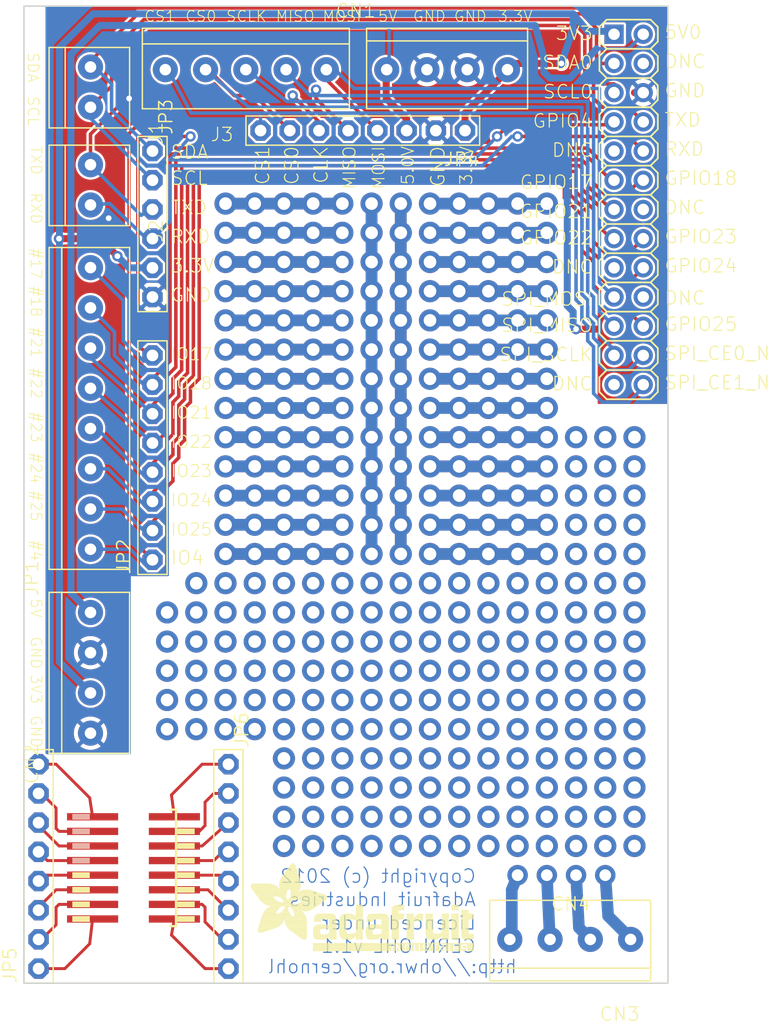
<source format=kicad_pcb>
(kicad_pcb (version 20221018) (generator pcbnew)
  (layers (0 "F.Cu" signal) (1 "In1.Cu" signal) (2 "In2.Cu" signal) (3 "In3.Cu" signal) (4 "In4.Cu" signal) (5 "In5.Cu" signal) (6 "In6.Cu" signal) (7 "In7.Cu" signal) (8 "In8.Cu" signal) (9 "In9.Cu" signal) (10 "In10.Cu" signal) (11 "In11.Cu" signal) (12 "In12.Cu" signal) (13 "In13.Cu" signal) (14 "In14.Cu" signal) (31 "B.Cu" signal) (34 "B.Paste" user) (35 "F.Paste" user) (36 "B.SilkS" user "B.Silkscreen") (37 "F.SilkS" user "F.Silkscreen") (38 "B.Mask" user) (39 "F.Mask" user) (44 "Edge.Cuts" user))
  (net 0 "")
  (net 1 "GPIO17")
  (net 2 "GPIO18")
  (net 3 "GPIO21")
  (net 4 "GPIO22")
  (net 5 "GPIO23")
  (net 6 "GPIO24")
  (net 7 "GPIO25")
  (net 8 "GPIO4")
  (net 9 "3.3V")
  (net 10 "5.0V")
  (net 11 "GND")
  (net 12 "SDA")
  (net 13 "SCL")
  (net 14 "RXD")
  (net 15 "TXD")
  (net 16 "MOSI")
  (net 17 "MISO")
  (net 18 "SCLK")
  (net 19 "SPI_CE0")
  (net 20 "SPI_CE1")
  (net 21 "N$1")
  (net 22 "N$2")
  (net 23 "N$3")
  (net 24 "N$4")
  (net 25 "N$5")
  (net 26 "N$7")
  (net 27 "N$9")
  (net 28 "N$10")
  (net 29 "N$11")
  (net 30 "N$12")
  (net 31 "N$13")
  (net 32 "N$14")
  (net 33 "N$15")
  (net 34 "N$16")
  (net 35 "N$17")
  (net 36 "N$18")
  (net 37 "N$19")
  (net 38 "N$20")
  (net 39 "N$21")
  (net 40 "N$22")
  (net 41 "N$23")
  (net 42 "N$24")
  (net 43 "N$25")
  (net 44 "N$26")
  (net 45 "N$27")
  (net 46 "N$28")
  (net 47 "N$29")
  (net 48 "N$30")
  (net 49 "N$31")
  (net 50 "N$32")
  (net 51 "N$41")
  (net 52 "N$42")
  (net 53 "N$43")
  (net 54 "N$44")
  (net 55 "N$45")
  (net 56 "N$46")
  (net 57 "N$47")
  (net 58 "N$48")
  (net 59 "N$49")
  (net 60 "N$50")
  (net 61 "N$51")
  (net 62 "N$52")
  (net 63 "N$53")
  (net 64 "N$54")
  (net 65 "N$55")
  (net 66 "N$56")
  (net 67 "N$57")
  (net 68 "N$58")
  (net 69 "N$59")
  (net 70 "N$60")
  (net 71 "N$61")
  (net 72 "N$76")
  (net 73 "N$77")
  (net 74 "N$78")
  (net 75 "N$79")
  (net 76 "N$80")
  (net 77 "N$81")
  (net 78 "N$87")
  (net 79 "N$88")
  (net 80 "N$89")
  (net 81 "N$90")
  (net 82 "N$91")
  (net 83 "N$92")
  (net 84 "N$93")
  (net 85 "N$94")
  (net 86 "N$95")
  (net 87 "N$96")
  (net 88 "N$119")
  (net 89 "N$120")
  (net 90 "N$121")
  (net 91 "N$122")
  (net 92 "N$123")
  (net 93 "N$124")
  (net 94 "N$125")
  (net 95 "N$126")
  (net 96 "N$127")
  (net 97 "N$128")
  (net 98 "N$129")
  (net 99 "N$130")
  (net 100 "N$131")
  (net 101 "N$132")
  (net 102 "N$133")
  (net 103 "N$134")
  (net 104 "N$135")
  (net 105 "N$136")
  (net 106 "N$137")
  (net 107 "N$138")
  (net 108 "N$139")
  (net 109 "N$140")
  (net 110 "N$153")
  (net 111 "N$154")
  (net 112 "N$155")
  (net 113 "N$6")
  (net 114 "N$8")
  (net 115 "N$34")
  (net 116 "N$35")
  (net 117 "N$36")
  (net 118 "N$37")
  (net 119 "N$38")
  (net 120 "N$39")
  (net 121 "N$40")
  (net 122 "N$101")
  (net 123 "N$102")
  (net 124 "N$103")
  (net 125 "N$110")
  (net 126 "N$111")
  (net 127 "N$112")
  (net 128 "N$113")
  (net 129 "N$114")
  (net 130 "N$115")
  (net 131 "N$116")
  (net 132 "N$142")
  (net 133 "N$157")
  (net 134 "N$158")
  (net 135 "N$159")
  (net 136 "N$160")
  (net 137 "N$161")
  (net 138 "N$162")
  (net 139 "N$163")
  (net 140 "N$164")
  (net 141 "N$165")
  (net 142 "N$166")
  (net 143 "N$167")
  (net 144 "N$168")
  (net 145 "N$169")
  (net 146 "N$170")
  (net 147 "N$171")
  (net 148 "N$204")
  (net 149 "N$205")
  (net 150 "N$206")
  (net 151 "N$218")
  (net 152 "N$219")
  (net 153 "N$220")
  (net 154 "N$221")
  (net 155 "N$222")
  (net 156 "N$225")
  (net 157 "N$226")
  (net 158 "N$227")
  (net 159 "N$228")
  (net 160 "N$231")
  (net 161 "N$232")
  (net 162 "N$233")
  (net 163 "N$234")
  (net 164 "N$235")
  (net 165 "N$236")
  (net 166 "N$237")
  (net 167 "N$238")
  (net 168 "N$239")
  (net 169 "N$240")
  (net 170 "N$241")
  (net 171 "N$242")
  (net 172 "N$243")
  (net 173 "N$253")
  (net 174 "N$254")
  (net 175 "N$255")
  (net 176 "N$256")
  (net 177 "N$257")
  (net 178 "N$258")
  (net 179 "N$259")
  (net 180 "N$198")
  (net 181 "N$260")
  (net 182 "N$261")
  (net 183 "N$262")
  (net 184 "N$263")
  (net 185 "N$264")
  (net 186 "N$265")
  (net 187 "N$266")
  (net 188 "N$267")
  (net 189 "N$268")
  (net 190 "N$269")
  (net 191 "N$270")
  (net 192 "N$271")
  (net 193 "N$272")
  (net 194 "N$273")
  (net 195 "N$274")
  (net 196 "N$275")
  (net 197 "N$276")
  (net 198 "N$277")
  (net 199 "N$278")
  (net 200 "N$279")
  (net 201 "N$280")
  (net 202 "N$281")
  (net 203 "N$282")
  (net 204 "N$283")
  (net 205 "N$284")
  (net 206 "N$285")
  (net 207 "N$286")
  (net 208 "N$287")
  (net 209 "N$288")
  (net 210 "N$289")
  (net 211 "N$104")
  (net 212 "N$105")
  (net 213 "N$106")
  (net 214 "N$107")
  (net 215 "N$33")
  (net 216 "N$62")
  (net 217 "N$63")
  (net 218 "N$64")
  (net 219 "N$65")
  (net 220 "N$66")
  (net 221 "N$67")
  (net 222 "N$68")
  (net 223 "N$69")
  (net 224 "N$70")
  (net 225 "N$71")
  (net 226 "N$72")
  (net 227 "N$73")
  (net 228 "N$74")
  (net 229 "N$75")
  (net 230 "N$82")
  (net 231 "N$83")
  (net 232 "N$84")
  (net 233 "N$85")
  (net 234 "N$86")
  (net 235 "N$97")
  (net 236 "N$98")
  (footprint "working:1X05-3.5MM" (layer "F.Cu") (at 139.7951 68.0356 180)
    (fp_text reference "J3")
    (fp_text value "1X5" hide)
  )
  (footprint "working:1X04-3.5MM" (layer "F.Cu") (at 157.2951 68.0356 180)
    (fp_text reference "CN1")
    (fp_text value "1X4-3.5MM" hide)
  )
  (footprint "working:1X08-BIG" (layer "F.Cu") (at 149.9651 73.3356 180)
    (fp_text reference "JP4")
    (fp_text value "")
  )
  (footprint "working:1X06-BIG" (layer "F.Cu") (at 131.6771 81.4636 -90)
    (fp_text reference "JP3")
    (fp_text value "")
  )
  (footprint "working:RASBERRYPI_SHIELD" (layer "F.Cu") (at 120.5011 147.5036)
    (fp_text reference "U$1" hide)
    (fp_text value "RASPBERRYPI_BB" hide)
    (fp_line (start 0 -85) (end 56 -85) (stroke (width 0.127)) (layer "Edge.Cuts"))
    (fp_line (start 0 0) (end 0 -85) (stroke (width 0.127)) (layer "Edge.Cuts"))
    (fp_line (start 56 -85) (end 56 0) (stroke (width 0.127)) (layer "Edge.Cuts"))
    (fp_line (start 56 0) (end 0 0) (stroke (width 0.127)) (layer "Edge.Cuts"))
  )
  (footprint "working:1X04-CLEANBIG" (layer "F.Cu") (at 167.2371 138.1056 180)
    (fp_text reference "CN4")
    (fp_text value "1X4-CLEANBIG")
  )
  (footprint "working:1X04-3.5MM" (layer "F.Cu") (at 167.9991 143.6936)
    (fp_text reference "CN3")
    (fp_text value "1X4-3.5MM" hide)
  )
  (footprint "working:1X08-3.5MM" (layer "F.Cu") (at 126.2871 97.5036 -90)
    (fp_text reference "JP1")
    (fp_text value "" hide)
  )
  (footprint "working:ADAFRUIT_TEXT_20MM" (layer "F.Cu") (at 140.0591 144.7096)
    (fp_text reference "U$3" hide)
    (fp_text value "" hide)
  )
  (footprint "working:SO-16NMW" (layer "F.Cu") (at 129.8991 138.8676 90)
    (fp_text reference "U$2" hide)
    (fp_text value "SMD-16SOIC" hide)
  )
  (footprint "working:1X08-BIG" (layer "F.Cu") (at 131.6771 101.7836 90)
    (fp_text reference "JP2")
    (fp_text value "")
  )
  (footprint "working:1X2-3.5MM" (layer "F.Cu") (at 126.2871 69.5036 -90)
    (fp_text reference "J1")
    (fp_text value "1X2-3.5MM" hide)
  )
  (footprint "working:1X2-3.5MM" (layer "F.Cu") (at 126.2871 78.0036 -90)
    (fp_text reference "J2")
    (fp_text value "1X2-3.5MM" hide)
  )
  (footprint "working:1X08-BIG" (layer "F.Cu") (at 138.2811 137.3436 -90)
    (fp_text reference "JP6")
    (fp_text value "")
  )
  (footprint "working:1X04-3.5MM" (layer "F.Cu") (at 126.2871 120.5036 -90)
    (fp_text reference "CN2")
    (fp_text value "1X4-3.5MM" hide)
  )
  (footprint "working:1X08-BIG" (layer "F.Cu") (at 121.7711 137.3436 90)
    (fp_text reference "JP5")
    (fp_text value "")
  )
  (gr_line (start 176.5011 62.5036) (end 120.5011 62.5036) (stroke (width 0.05)) (layer "Edge.Cuts"))
  (gr_line (start 120.5011 147.5036) (end 176.5011 147.5036) (stroke (width 0.05)) (layer "Edge.Cuts"))
  (gr_line (start 120.5011 62.5036) (end 120.5011 147.5036) (stroke (width 0.05)) (layer "Edge.Cuts"))
  (gr_text "http://ohwr.org/cernohl" (at 163.4271 146.7416) (layer "B.Cu") (effects (font (size 1.1684 1.1684) (thickness 0.1016)) (justify left bottom mirror)))
  (gr_text "Adafruit Industries " (at 159.8711 140.8996) (layer "B.Cu") (effects (font (size 1.1684 1.1684) (thickness 0.1016)) (justify left bottom mirror)))
  (gr_text "Copyright (c) 2012" (at 159.8711 138.8676) (layer "B.Cu") (effects (font (size 1.1684 1.1684) (thickness 0.1016)) (justify left bottom mirror)))
  (gr_text "CERN OHL v1.1" (at 159.8711 144.9636) (layer "B.Cu") (effects (font (size 1.1684 1.1684) (thickness 0.1016)) (justify left bottom mirror)))
  (gr_text "Licenced under " (at 159.8711 142.9316) (layer "B.Cu") (effects (font (size 1.1684 1.1684) (thickness 0.1016)) (justify left bottom mirror)))
  (gr_text "#23" (at 121.0091 97.7196 270) (layer "F.SilkS") (effects (font (size 0.93472 0.93472) (thickness 0.08128)) (justify left bottom)))
  (gr_text "IO25" (at 133.2011 108.6416) (layer "F.SilkS") (effects (font (size 1.05156 1.05156) (thickness 0.09144)) (justify left bottom)))
  (gr_text "IO4" (at 133.2011 111.1816) (layer "F.SilkS") (effects (font (size 1.1684 1.1684) (thickness 0.1016)) (justify left bottom)))
  (gr_text "#24" (at 121.0091 101.2756 270) (layer "F.SilkS") (effects (font (size 0.93472 0.93472) (thickness 0.08128)) (justify left bottom)))
  (gr_text "MOSI" (at 146.4091 63.9376) (layer "F.SilkS") (effects (font (size 0.93472 0.93472) (thickness 0.08128)) (justify left bottom)))
  (gr_text "GND" (at 133.2011 88.3216) (layer "F.SilkS") (effects (font (size 1.1684 1.1684) (thickness 0.1016)) (justify left bottom)))
  (gr_text "MISO" (at 142.3451 63.9376) (layer "F.SilkS") (effects (font (size 0.93472 0.93472) (thickness 0.08128)) (justify left bottom)))
  (gr_text "3.3V" (at 158.3471 74.6056 90) (layer "F.SilkS") (effects (font (size 1.05156 1.05156) (thickness 0.09144)) (justify right top)))
  (gr_text "IO24" (at 133.2011 106.1016) (layer "F.SilkS") (effects (font (size 1.05156 1.05156) (thickness 0.09144)) (justify left bottom)))
  (gr_text "3.3V" (at 161.6491 63.9376) (layer "F.SilkS") (effects (font (size 0.93472 0.93472) (thickness 0.08128)) (justify left bottom)))
  (gr_text "SCL" (at 120.7551 70.2876 270) (layer "F.SilkS") (effects (font (size 0.93472 0.93472) (thickness 0.08128)) (justify left bottom)))
  (gr_text "CS0" (at 134.4711 63.9376) (layer "F.SilkS") (effects (font (size 0.93472 0.93472) (thickness 0.08128)) (justify left bottom)))
  (gr_text "GND" (at 154.2831 63.9376) (layer "F.SilkS") (effects (font (size 0.93472 0.93472) (thickness 0.08128)) (justify left bottom)))
  (gr_text "SDA" (at 133.2011 75.8756) (layer "F.SilkS") (effects (font (size 1.1684 1.1684) (thickness 0.1016)) (justify left bottom)))
  (gr_text "RXD" (at 133.2011 83.2416) (layer "F.SilkS") (effects (font (size 1.1684 1.1684) (thickness 0.1016)) (justify left bottom)))
  (gr_text "3.3V" (at 133.2011 85.7816) (layer "F.SilkS") (effects (font (size 1.1684 1.1684) (thickness 0.1016)) (justify left bottom)))
  (gr_text "CLK" (at 145.6471 74.6056 90) (layer "F.SilkS") (effects (font (size 1.1684 1.1684) (thickness 0.1016)) (justify right top)))
  (gr_text "#4" (at 121.0091 108.8956 270) (layer "F.SilkS") (effects (font (size 0.93472 0.93472) (thickness 0.08128)) (justify left bottom)))
  (gr_text "CS0" (at 143.1071 74.6056 90) (layer "F.SilkS") (effects (font (size 1.1684 1.1684) (thickness 0.1016)) (justify right top)))
  (gr_text "TXD" (at 133.2011 80.7016) (layer "F.SilkS") (effects (font (size 1.1684 1.1684) (thickness 0.1016)) (justify left bottom)))
  (gr_text "IO23" (at 133.2011 103.5616) (layer "F.SilkS") (effects (font (size 1.05156 1.05156) (thickness 0.09144)) (justify left bottom)))
  (gr_text "#18" (at 121.0091 86.7976 270) (layer "F.SilkS") (effects (font (size 0.93472 0.93472) (thickness 0.08128)) (justify left bottom)))
  (gr_text "GND" (at 121.0091 117.2776 270) (layer "F.SilkS") (effects (font (size 0.93472 0.93472) (thickness 0.08128)) (justify left bottom)))
  (gr_text "CS1" (at 130.9151 63.9376) (layer "F.SilkS") (effects (font (size 0.93472 0.93472) (thickness 0.08128)) (justify left bottom)))
  (gr_text "3V3" (at 121.0091 120.5796 270) (layer "F.SilkS") (effects (font (size 0.93472 0.93472) (thickness 0.08128)) (justify left bottom)))
  (gr_text "RXD" (at 121.0091 78.6696 270) (layer "F.SilkS") (effects (font (size 0.93472 0.93472) (thickness 0.08128)) (justify left bottom)))
  (gr_text "CS1" (at 140.5671 74.6056 90) (layer "F.SilkS") (effects (font (size 1.1684 1.1684) (thickness 0.1016)) (justify right top)))
  (gr_text "MISO" (at 148.1871 74.6056 90) (layer "F.SilkS") (effects (font (size 1.05156 1.05156) (thickness 0.09144)) (justify right top)))
  (gr_text "IO17" (at 133.2011 93.4016) (layer "F.SilkS") (effects (font (size 1.05156 1.05156) (thickness 0.09144)) (justify left bottom)))
  (gr_text "SDA" (at 120.7551 66.4776 270) (layer "F.SilkS") (effects (font (size 0.93472 0.93472) (thickness 0.08128)) (justify left bottom)))
  (gr_text "5V" (at 121.0091 113.9756 270) (layer "F.SilkS") (effects (font (size 0.93472 0.93472) (thickness 0.08128)) (justify left bottom)))
  (gr_text "GND" (at 155.8071 74.6056 90) (layer "F.SilkS") (effects (font (size 1.1684 1.1684) (thickness 0.1016)) (justify right top)))
  (gr_text "MOSI" (at 150.7271 74.6056 90) (layer "F.SilkS") (effects (font (size 1.05156 1.05156) (thickness 0.09144)) (justify right top)))
  (gr_text "#22" (at 121.0091 93.9096 270) (layer "F.SilkS") (effects (font (size 0.93472 0.93472) (thickness 0.08128)) (justify left bottom)))
  (gr_text "IO21" (at 133.2011 98.4816) (layer "F.SilkS") (effects (font (size 1.05156 1.05156) (thickness 0.09144)) (justify left bottom)))
  (gr_text "TXD" (at 121.0091 74.6056 270) (layer "F.SilkS") (effects (font (size 0.93472 0.93472) (thickness 0.08128)) (justify left bottom)))
  (gr_text "5.0V" (at 153.2671 74.6056 90) (layer "F.SilkS") (effects (font (size 1.05156 1.05156) (thickness 0.09144)) (justify right top)))
  (gr_text "GND" (at 157.8391 63.9376) (layer "F.SilkS") (effects (font (size 0.93472 0.93472) (thickness 0.08128)) (justify left bottom)))
  (gr_text "IO22" (at 133.2011 101.0216) (layer "F.SilkS") (effects (font (size 1.05156 1.05156) (thickness 0.09144)) (justify left bottom)))
  (gr_text "#21" (at 121.0091 90.3536 270) (layer "F.SilkS") (effects (font (size 0.93472 0.93472) (thickness 0.08128)) (justify left bottom)))
  (gr_text "SCL" (at 133.2011 78.1616) (layer "F.SilkS") (effects (font (size 1.1684 1.1684) (thickness 0.1016)) (justify left bottom)))
  (gr_text "IO18" (at 133.2011 95.9416) (layer "F.SilkS") (effects (font (size 1.05156 1.05156) (thickness 0.09144)) (justify left bottom)))
  (gr_text "#17" (at 121.0091 83.4956 270) (layer "F.SilkS") (effects (font (size 0.93472 0.93472) (thickness 0.08128)) (justify left bottom)))
  (gr_text "#25" (at 121.0091 104.5776 270) (layer "F.SilkS") (effects (font (size 0.93472 0.93472) (thickness 0.08128)) (justify left bottom)))
  (gr_text "GND" (at 121.0091 124.1356 270) (layer "F.SilkS") (effects (font (size 0.93472 0.93472) (thickness 0.08128)) (justify left bottom)))
  (gr_text "SCLK" (at 138.0271 63.9376) (layer "F.SilkS") (effects (font (size 0.93472 0.93472) (thickness 0.08128)) (justify left bottom)))
  (gr_text "5V" (at 151.2351 63.9376) (layer "F.SilkS") (effects (font (size 0.93472 0.93472) (thickness 0.08128)) (justify left bottom)))
  (segment (start 130.4071 92.1316) (end 130.4071 73.8436) (width 0.3048) (layer "F.Cu") (net 1))
  (segment (start 170.5391 75.8756) (end 170.5391 76.6376) (width 0.3048) (layer "F.Cu") (net 1))
  (segment (start 133.2011 74.8596) (end 169.5231 74.8596) (width 0.3048) (layer "F.Cu") (net 1))
  (segment (start 169.5231 74.8596) (end 170.5391 75.8756) (width 0.3048) (layer "F.Cu") (net 1))
  (segment (start 133.2011 73.8436) (end 133.2011 74.8596) (width 0.3048) (layer "F.Cu") (net 1))
  (segment (start 130.4071 73.8436) (end 133.2011 73.8436) (width 0.3048) (layer "F.Cu") (net 1))
  (segment (start 171.5551 77.6536) (end 171.8091 77.6536) (width 0.3048) (layer "F.Cu") (net 1))
  (segment (start 131.6771 92.8936) (end 130.4071 92.1316) (width 0.3048) (layer "F.Cu") (net 1))
  (segment (start 170.5391 76.6376) (end 171.5551 77.6536) (width 0.3048) (layer "F.Cu") (net 1))
  (segment (start 130.9151 93.4016) (end 129.1371 91.6236) (width 0.3048) (layer "B.Cu") (net 1))
  (segment (start 129.1371 91.6236) (end 129.1371 88.1036) (width 0.3048) (layer "B.Cu") (net 1))
  (segment (start 131.6771 92.8936) (end 130.9151 93.4016) (width 0.3048) (layer "B.Cu") (net 1))
  (segment (start 129.1371 88.1036) (end 126.2871 85.2536) (width 0.3048) (layer "B.Cu") (net 1))
  (segment (start 174.0951 77.6536) (end 174.3491 77.6536) (width 0.3048) (layer "F.Cu") (net 2))
  (segment (start 133.2011 93.4016) (end 133.2011 75.3676) (width 0.3048) (layer "F.Cu") (net 2))
  (segment (start 171.0471 78.9236) (end 172.8251 78.9236) (width 0.3048) (layer "F.Cu") (net 2))
  (segment (start 133.2011 75.3676) (end 169.2691 75.3676) (width 0.3048) (layer "F.Cu") (net 2))
  (segment (start 172.8251 78.9236) (end 174.0951 77.6536) (width 0.3048) (layer "F.Cu") (net 2))
  (segment (start 131.6771 95.4336) (end 131.6771 94.9256) (width 0.3048) (layer "F.Cu") (net 2))
  (segment (start 131.6771 94.9256) (end 133.2011 93.4016) (width 0.3048) (layer "F.Cu") (net 2))
  (segment (start 169.2691 75.3676) (end 170.0311 76.1296) (width 0.3048) (layer "F.Cu") (net 2))
  (segment (start 170.0311 77.9076) (end 171.0471 78.9236) (width 0.3048) (layer "F.Cu") (net 2))
  (segment (start 170.0311 76.1296) (end 170.0311 77.9076) (width 0.3048) (layer "F.Cu") (net 2))
  (segment (start 128.3751 90.8416) (end 126.2871 88.7536) (width 0.3048) (layer "B.Cu") (net 2))
  (segment (start 131.6771 96.1956) (end 128.3751 92.8936) (width 0.3048) (layer "B.Cu") (net 2))
  (segment (start 128.3751 92.8936) (end 128.3751 90.8416) (width 0.3048) (layer "B.Cu") (net 2))
  (segment (start 131.6771 95.4336) (end 131.6771 96.1956) (width 0.3048) (layer "B.Cu") (net 2))
  (segment (start 171.5551 80.1936) (end 171.8091 80.1936) (width 0.3048) (layer "F.Cu") (net 3))
  (segment (start 131.6771 97.2116) (end 132.9471 95.9416) (width 0.3048) (layer "F.Cu") (net 3))
  (segment (start 133.7091 75.8756) (end 169.0151 75.8756) (width 0.3048) (layer "F.Cu") (net 3))
  (segment (start 169.5231 78.1616) (end 171.5551 80.1936) (width 0.3048) (layer "F.Cu") (net 3))
  (segment (start 133.7091 93.9096) (end 133.7091 75.8756) (width 0.3048) (layer "F.Cu") (net 3))
  (segment (start 132.9471 94.6716) (end 133.7091 93.9096) (width 0.3048) (layer "F.Cu") (net 3))
  (segment (start 169.5231 76.3836) (end 169.5231 78.1616) (width 0.3048) (layer "F.Cu") (net 3))
  (segment (start 132.9471 95.9416) (end 132.9471 94.6716) (width 0.3048) (layer "F.Cu") (net 3))
  (segment (start 131.6771 97.9736) (end 131.6771 97.2116) (width 0.3048) (layer "F.Cu") (net 3))
  (segment (start 169.0151 75.8756) (end 169.5231 76.3836) (width 0.3048) (layer "F.Cu") (net 3))
  (segment (start 126.2871 93.0916) (end 126.2871 92.2536) (width 0.3048) (layer "B.Cu") (net 3))
  (segment (start 131.6771 97.9736) (end 126.2871 93.0916) (width 0.3048) (layer "B.Cu") (net 3))
  (segment (start 131.6771 100.5136) (end 131.9311 100.5136) (width 0.3048) (layer "F.Cu") (net 4))
  (segment (start 170.5391 81.7176) (end 171.5551 82.7336) (width 0.3048) (layer "F.Cu") (net 4))
  (segment (start 132.9471 99.4976) (end 132.9471 96.7036) (width 0.3048) (layer "F.Cu") (net 4))
  (segment (start 133.4551 96.1956) (end 133.4551 94.9256) (width 0.3048) (layer "F.Cu") (net 4))
  (segment (start 169.0151 78.4156) (end 170.5391 79.9396) (width 0.3048) (layer "F.Cu") (net 4))
  (segment (start 133.4551 94.9256) (end 134.2171 94.1636) (width 0.3048) (layer "F.Cu") (net 4))
  (segment (start 134.2171 76.3836) (end 168.7611 76.3836) (width 0.3048) (layer "F.Cu") (net 4))
  (segment (start 134.2171 94.1636) (end 134.2171 76.3836) (width 0.3048) (layer "F.Cu") (net 4))
  (segment (start 169.0151 76.6376) (end 169.0151 78.4156) (width 0.3048) (layer "F.Cu") (net 4))
  (segment (start 171.5551 82.7336) (end 171.8091 82.7336) (width 0.3048) (layer "F.Cu") (net 4))
  (segment (start 168.7611 76.3836) (end 169.0151 76.6376) (width 0.3048) (layer "F.Cu") (net 4))
  (segment (start 170.5391 79.9396) (end 170.5391 81.7176) (width 0.3048) (layer "F.Cu") (net 4))
  (segment (start 131.9311 100.5136) (end 132.9471 99.4976) (width 0.3048) (layer "F.Cu") (net 4))
  (segment (start 132.9471 96.7036) (end 133.4551 96.1956) (width 0.3048) (layer "F.Cu") (net 4))
  (segment (start 126.4091 95.7536) (end 126.2871 95.7536) (width 0.3048) (layer "B.Cu") (net 4))
  (segment (start 131.6771 100.5136) (end 126.4091 95.7536) (width 0.3048) (layer "B.Cu") (net 4))
  (segment (start 168.5071 76.8916) (end 168.5071 78.6696) (width 0.3048) (layer "F.Cu") (net 5))
  (segment (start 173.0791 84.0036) (end 174.3491 82.7336) (width 0.3048) (layer "F.Cu") (net 5))
  (segment (start 133.4551 99.7516) (end 133.4551 96.9576) (width 0.3048) (layer "F.Cu") (net 5))
  (segment (start 170.0311 82.9876) (end 171.0471 84.0036) (width 0.3048) (layer "F.Cu") (net 5))
  (segment (start 134.7251 76.8916) (end 168.5071 76.8916) (width 0.3048) (layer "F.Cu") (net 5))
  (segment (start 133.9631 95.1796) (end 134.7251 94.4176) (width 0.3048) (layer "F.Cu") (net 5))
  (segment (start 133.4551 96.9576) (end 133.9631 96.4496) (width 0.3048) (layer "F.Cu") (net 5))
  (segment (start 131.6771 102.2916) (end 132.9471 101.0216) (width 0.3048) (layer "F.Cu") (net 5))
  (segment (start 133.9631 96.4496) (end 133.9631 95.1796) (width 0.3048) (layer "F.Cu") (net 5))
  (segment (start 132.9471 100.2596) (end 133.4551 99.7516) (width 0.3048) (layer "F.Cu") (net 5))
  (segment (start 171.0471 84.0036) (end 173.0791 84.0036) (width 0.3048) (layer "F.Cu") (net 5))
  (segment (start 131.6771 103.0536) (end 131.6771 102.2916) (width 0.3048) (layer "F.Cu") (net 5))
  (segment (start 132.9471 101.0216) (end 132.9471 100.2596) (width 0.3048) (layer "F.Cu") (net 5))
  (segment (start 134.7251 94.4176) (end 134.7251 76.8916) (width 0.3048) (layer "F.Cu") (net 5))
  (segment (start 168.5071 78.6696) (end 170.0311 80.1936) (width 0.3048) (layer "F.Cu") (net 5))
  (segment (start 170.0311 80.1936) (end 170.0311 82.9876) (width 0.3048) (layer "F.Cu") (net 5))
  (segment (start 126.2871 99.2536) (end 126.8611 99.2536) (width 0.3048) (layer "B.Cu") (net 5))
  (segment (start 131.1691 103.5616) (end 131.6771 103.0536) (width 0.3048) (layer "B.Cu") (net 5))
  (segment (start 126.8611 99.2536) (end 131.1691 103.5616) (width 0.3048) (layer "B.Cu") (net 5))
  (segment (start 131.6771 105.5936) (end 131.9311 106.1016) (width 0.3048) (layer "F.Cu") (net 6))
  (segment (start 135.2331 94.6716) (end 135.2331 77.3996) (width 0.3048) (layer "F.Cu") (net 6))
  (segment (start 170.5391 86.0356) (end 171.0471 86.5436) (width 0.3048) (layer "F.Cu") (net 6))
  (segment (start 167.9991 77.3996) (end 167.9991 78.9236) (width 0.3048) (layer "F.Cu") (net 6))
  (segment (start 169.5231 80.4476) (end 169.5231 83.4956) (width 0.3048) (layer "F.Cu") (net 6))
  (segment (start 133.9631 97.2116) (end 134.4711 96.7036) (width 0.3048) (layer "F.Cu") (net 6))
  (segment (start 134.4711 96.7036) (end 134.4711 95.4336) (width 0.3048) (layer "F.Cu") (net 6))
  (segment (start 173.0791 86.5436) (end 174.3491 85.2736) (width 0.3048) (layer "F.Cu") (net 6))
  (segment (start 135.2331 77.3996) (end 167.9991 77.3996) (width 0.3048) (layer "F.Cu") (net 6))
  (segment (start 132.9471 102.0376) (end 133.4551 101.5296) (width 0.3048) (layer "F.Cu") (net 6))
  (segment (start 169.5231 83.4956) (end 170.5391 84.5116) (width 0.3048) (layer "F.Cu") (net 6))
  (segment (start 171.0471 86.5436) (end 173.0791 86.5436) (width 0.3048) (layer "F.Cu") (net 6))
  (segment (start 133.9631 100.0056) (end 133.9631 97.2116) (width 0.3048) (layer "F.Cu") (net 6))
  (segment (start 170.5391 84.5116) (end 170.5391 86.0356) (width 0.3048) (layer "F.Cu") (net 6))
  (segment (start 131.6771 105.5936) (end 131.6771 104.8316) (width 0.3048) (layer "F.Cu") (net 6))
  (segment (start 133.4551 101.5296) (end 133.4551 100.5136) (width 0.3048) (layer "F.Cu") (net 6))
  (segment (start 132.9471 103.5616) (end 132.9471 102.0376) (width 0.3048) (layer "F.Cu") (net 6))
  (segment (start 167.9991 78.9236) (end 169.5231 80.4476) (width 0.3048) (layer "F.Cu") (net 6))
  (segment (start 131.6771 104.8316) (end 132.9471 103.5616) (width 0.3048) (layer "F.Cu") (net 6))
  (segment (start 134.4711 95.4336) (end 135.2331 94.6716) (width 0.3048) (layer "F.Cu") (net 6))
  (segment (start 133.4551 100.5136) (end 133.9631 100.0056) (width 0.3048) (layer "F.Cu") (net 6))
  (segment (start 126.2871 102.7536) (end 127.8211 102.7536) (width 0.3048) (layer "B.Cu") (net 6))
  (segment (start 127.8211 102.7536) (end 131.1691 106.1016) (width 0.3048) (layer "B.Cu") (net 6))
  (segment (start 131.1691 106.1016) (end 131.6771 105.5936) (width 0.3048) (layer "B.Cu") (net 6))
  (segment (start 167.4911 79.1776) (end 169.0151 80.7016) (width 0.3048) (layer "F.Cu") (net 7))
  (segment (start 170.0311 86.7976) (end 170.5391 87.3056) (width 0.3048) (layer "F.Cu") (net 7))
  (segment (start 134.4711 100.2596) (end 134.4711 97.4656) (width 0.3048) (layer "F.Cu") (net 7))
  (segment (start 134.9791 96.9576) (end 134.9791 95.6876) (width 0.3048) (layer "F.Cu") (net 7))
  (segment (start 132.9471 106.1016) (end 132.9471 104.3236) (width 0.3048) (layer "F.Cu") (net 7))
  (segment (start 134.9791 95.6876) (end 135.7411 94.9256) (width 0.3048) (layer "F.Cu") (net 7))
  (segment (start 132.9471 104.3236) (end 133.4551 103.8156) (width 0.3048) (layer "F.Cu") (net 7))
  (segment (start 167.4911 77.9076) (end 167.4911 79.1776) (width 0.3048) (layer "F.Cu") (net 7))
  (segment (start 131.6771 108.1336) (end 131.6771 107.3716) (width 0.3048) (layer "F.Cu") (net 7))
  (segment (start 169.0151 83.7496) (end 170.0311 84.7656) (width 0.3048) (layer "F.Cu") (net 7))
  (segment (start 173.0791 89.0836) (end 174.3491 90.3536) (width 0.3048) (layer "F.Cu") (net 7))
  (segment (start 131.6771 107.3716) (end 132.9471 106.1016) (width 0.3048) (layer "F.Cu") (net 7))
  (segment (start 171.0471 89.0836) (end 173.0791 89.0836) (width 0.3048) (layer "F.Cu") (net 7))
  (segment (start 170.5391 87.3056) (end 170.5391 88.5756) (width 0.3048) (layer "F.Cu") (net 7))
  (segment (start 135.7411 77.9076) (end 167.4911 77.9076) (width 0.3048) (layer "F.Cu") (net 7))
  (segment (start 170.5391 88.5756) (end 171.0471 89.0836) (width 0.3048) (layer "F.Cu") (net 7))
  (segment (start 133.4551 102.2916) (end 133.9631 101.7836) (width 0.3048) (layer "F.Cu") (net 7))
  (segment (start 169.0151 80.7016) (end 169.0151 83.7496) (width 0.3048) (layer "F.Cu") (net 7))
  (segment (start 134.4711 97.4656) (end 134.9791 96.9576) (width 0.3048) (layer "F.Cu") (net 7))
  (segment (start 133.9631 100.7676) (end 134.4711 100.2596) (width 0.3048) (layer "F.Cu") (net 7))
  (segment (start 133.4551 103.8156) (end 133.4551 102.2916) (width 0.3048) (layer "F.Cu") (net 7))
  (segment (start 135.7411 94.9256) (end 135.7411 77.9076) (width 0.3048) (layer "F.Cu") (net 7))
  (segment (start 170.0311 84.7656) (end 170.0311 86.7976) (width 0.3048) (layer "F.Cu") (net 7))
  (segment (start 133.9631 101.7836) (end 133.9631 100.7676) (width 0.3048) (layer "F.Cu") (net 7))
  (segment (start 131.4231 108.6416) (end 131.6771 108.1336) (width 0.3048) (layer "B.Cu") (net 7))
  (segment (start 126.2871 106.2536) (end 129.0351 106.2536) (width 0.3048) (layer "B.Cu") (net 7))
  (segment (start 129.0351 106.2536) (end 131.4231 108.6416) (width 0.3048) (layer "B.Cu") (net 7))
  (segment (start 131.6771 110.6736) (end 129.6451 108.6416) (width 0.3048) (layer "F.Cu") (net 8))
  (segment (start 134.2171 73.8436) (end 134.9791 73.8436) (width 0.3048) (layer "F.Cu") (net 8))
  (segment (start 129.6451 73.5896) (end 130.1531 73.0816) (width 0.3048) (layer "F.Cu") (net 8))
  (segment (start 162.6651 72.8276) (end 171.5551 72.8276) (width 0.3048) (layer "F.Cu") (net 8))
  (segment (start 129.6451 108.6416) (end 129.6451 73.5896) (width 0.3048) (layer "F.Cu") (net 8))
  (segment (start 133.4551 73.0816) (end 134.2171 73.8436) (width 0.3048) (layer "F.Cu") (net 8))
  (segment (start 161.6491 73.8436) (end 162.6651 72.8276) (width 0.3048) (layer "F.Cu") (net 8))
  (segment (start 130.1531 73.0816) (end 133.4551 73.0816) (width 0.3048) (layer "F.Cu") (net 8))
  (segment (start 171.5551 72.8276) (end 171.8091 72.5736) (width 0.3048) (layer "F.Cu") (net 8))
  (via (at 134.9791 73.8436) (size 0.9064) (drill 0.5) (layers "F.Cu" "B.Cu") (net 8))
  (via (at 161.6491 73.8436) (size 0.9064) (drill 0.5) (layers "F.Cu" "B.Cu") (net 8))
  (segment (start 131.1691 111.1816) (end 131.6771 110.6736) (width 0.3048) (layer "B.Cu") (net 8))
  (segment (start 126.2871 109.7536) (end 129.7411 109.7536) (width 0.3048) (layer "B.Cu") (net 8))
  (segment (start 129.7411 109.7536) (end 131.1691 111.1816) (width 0.3048) (layer "B.Cu") (net 8))
  (segment (start 134.9791 73.8436) (end 133.2011 75.8756) (width 0.3048) (layer "B.Cu") (net 8))
  (segment (start 159.6171 75.8756) (end 161.6491 73.8436) (width 0.3048) (layer "B.Cu") (net 8))
  (segment (start 133.2011 75.8756) (end 159.6171 75.8756) (width 0.3048) (layer "B.Cu") (net 8))
  (segment (start 162.5451 68.0356) (end 162.5451 68.1216) (width 0.6096) (layer "F.Cu") (net 9))
  (segment (start 123.5491 82.7336) (end 127.1051 82.7336) (width 0.6096) (layer "F.Cu") (net 9))
  (segment (start 127.1051 82.7336) (end 128.6291 84.2576) (width 0.6096) (layer "F.Cu") (net 9))
  (segment (start 162.5451 68.1216) (end 158.8551 71.8116) (width 0.6096) (layer "F.Cu") (net 9))
  (segment (start 167.2371 67.4936) (end 163.0871 67.4936) (width 0.6096) (layer "F.Cu") (net 9))
  (segment (start 163.0871 67.4936) (end 162.5451 68.0356) (width 0.6096) (layer "F.Cu") (net 9))
  (segment (start 158.8551 71.8116) (end 158.8551 73.3356) (width 0.6096) (layer "F.Cu") (net 9))
  (via (at 123.5491 82.7336) (size 0.9064) (drill 0.5) (layers "F.Cu" "B.Cu") (net 9))
  (via (at 167.2371 67.4936) (size 0.9064) (drill 0.5) (layers "F.Cu" "B.Cu") (net 9))
  (via (at 128.6291 84.2576) (size 0.9064) (drill 0.5) (layers "F.Cu" "B.Cu") (net 9))
  (segment (start 123.5871 82.7336) (end 123.5491 82.7336) (width 0.6096) (layer "B.Cu") (net 9))
  (segment (start 126.5151 63.1756) (end 168.2531 63.1756) (width 0.6096) (layer "B.Cu") (net 9))
  (segment (start 123.5871 66.1036) (end 126.5151 63.1756) (width 0.6096) (layer "B.Cu") (net 9))
  (segment (start 129.6451 85.2736) (end 131.6771 85.2736) (width 0.6096) (layer "B.Cu") (net 9))
  (segment (start 168.2531 63.1756) (end 168.2531 64.4456) (width 0.6096) (layer "B.Cu") (net 9))
  (segment (start 123.5871 82.7336) (end 123.5871 66.1036) (width 0.6096) (layer "B.Cu") (net 9))
  (segment (start 169.5231 64.6996) (end 171.5551 64.6996) (width 0.6096) (layer "B.Cu") (net 9))
  (segment (start 168.2531 64.4456) (end 167.2371 67.4936) (width 0.6096) (layer "B.Cu") (net 9))
  (segment (start 128.6291 84.2576) (end 129.6451 85.2736) (width 0.6096) (layer "B.Cu") (net 9))
  (segment (start 171.5551 64.6996) (end 171.8091 64.9536) (width 0.6096) (layer "B.Cu") (net 9))
  (segment (start 123.5871 119.5536) (end 123.5871 82.7336) (width 0.6096) (layer "B.Cu") (net 9))
  (segment (start 168.2531 63.1756) (end 169.5231 64.6996) (width 0.6096) (layer "B.Cu") (net 9))
  (segment (start 126.2871 122.2536) (end 123.5871 119.5536) (width 0.6096) (layer "B.Cu") (net 9))
  (segment (start 151.9971 68.0836) (end 151.9971 70.5416) (width 0.6096) (layer "F.Cu") (net 10))
  (segment (start 153.7751 72.3196) (end 153.7751 73.3356) (width 0.6096) (layer "F.Cu") (net 10))
  (segment (start 151.9971 70.5416) (end 153.7751 72.3196) (width 0.6096) (layer "F.Cu") (net 10))
  (segment (start 152.0451 68.0356) (end 151.9971 68.0836) (width 0.6096) (layer "F.Cu") (net 10))
  (segment (start 124.5871 113.5536) (end 124.5871 66.7036) (width 0.6096) (layer "B.Cu") (net 10))
  (segment (start 127.1291 64.1916) (end 152.2511 64.1916) (width 0.6096) (layer "B.Cu") (net 10))
  (segment (start 152.2511 68.0016) (end 152.0791 68.0016) (width 0.3048) (layer "B.Cu") (net 10))
  (segment (start 164.9511 64.1916) (end 165.7131 66.9856) (width 0.6096) (layer "B.Cu") (net 10))
  (segment (start 124.5871 66.7036) (end 126.9871 64.3036) (width 0.6096) (layer "B.Cu") (net 10))
  (segment (start 165.7131 68.2556) (end 166.2211 68.7636) (width 0.6096) (layer "B.Cu") (net 10))
  (segment (start 152.2511 64.1916) (end 152.2511 68.0016) (width 0.3048) (layer "B.Cu") (net 10))
  (segment (start 173.0791 66.2236) (end 174.3491 64.9536) (width 0.3048) (layer "B.Cu") (net 10))
  (segment (start 165.7131 66.9856) (end 165.7131 68.2556) (width 0.6096) (layer "B.Cu") (net 10))
  (segment (start 166.2211 68.7636) (end 167.9991 68.7636) (width 0.6096) (layer "B.Cu") (net 10))
  (segment (start 126.2871 115.2536) (end 124.5871 113.5536) (width 0.6096) (layer "B.Cu") (net 10))
  (segment (start 126.9871 64.3036) (end 127.1291 64.1916) (width 0.6096) (layer "B.Cu") (net 10))
  (segment (start 152.0451 68.0356) (end 151.9951 68.0356) (width 0.6096) (layer "B.Cu") (net 10))
  (segment (start 152.0791 68.0016) (end 152.0451 68.0356) (width 0.3048) (layer "B.Cu") (net 10))
  (segment (start 170.2851 66.2236) (end 173.0791 66.2236) (width 0.3048) (layer "B.Cu") (net 10))
  (segment (start 152.2511 64.1916) (end 164.9511 64.1916) (width 0.6096) (layer "B.Cu") (net 10))
  (segment (start 167.9991 68.7636) (end 170.2851 66.2236) (width 0.6096) (layer "B.Cu") (net 10))
  (segment (start 170.5391 90.6076) (end 170.5391 91.3696) (width 0.3048) (layer "F.Cu") (net 11))
  (segment (start 168.5071 90.6076) (end 170.2851 90.6076) (width 0.6096) (layer "F.Cu") (net 11))
  (segment (start 172.8251 91.6236) (end 173.3331 91.1156) (width 0.3048) (layer "F.Cu") (net 11))
  (segment (start 170.2851 90.6076) (end 170.5391 90.6076) (width 0.3048) (layer "F.Cu") (net 11))
  (segment (start 170.7931 91.6236) (end 172.8251 91.6236) (width 0.3048) (layer "F.Cu") (net 11))
  (segment (start 174.3491 70.0336) (end 173.5871 70.0336) (width 0.6096) (layer "F.Cu") (net 11))
  (segment (start 170.5391 91.3696) (end 170.7931 91.6236) (width 0.3048) (layer "F.Cu") (net 11))
  (via (at 168.5071 90.6076) (size 0.9064) (drill 0.5) (layers "F.Cu" "B.Cu") (net 11))
  (via (at 129.6451 70.5416) (size 0.9064) (drill 0.5) (layers "F.Cu" "B.Cu") (net 11))
  (via (at 127.8671 80.9556) (size 0.9064) (drill 0.5) (layers "F.Cu" "B.Cu") (net 11))
  (segment (start 168.2531 90.3536) (end 168.2531 89.0836) (width 0.6096) (layer "B.Cu") (net 11))
  (segment (start 167.7451 78.1616) (end 166.9831 77.6536) (width 0.6096) (layer "B.Cu") (net 11))
  (segment (start 168.2531 89.0836) (end 167.7451 88.5756) (width 0.6096) (layer "B.Cu") (net 11))
  (segment (start 168.5071 90.6076) (end 168.2531 90.3536) (width 0.6096) (layer "B.Cu") (net 11))
  (segment (start 167.7451 88.5756) (end 167.7451 78.1616) (width 0.6096) (layer "B.Cu") (net 11))
  (segment (start 126.2871 67.8036) (end 126.3431 67.7476) (width 0.3048) (layer "F.Cu") (net 12))
  (segment (start 170.2851 64.4456) (end 170.2851 67.4936) (width 0.3048) (layer "F.Cu") (net 12))
  (segment (start 126.3431 67.7476) (end 126.3431 67.2396) (width 0.3048) (layer "F.Cu") (net 12))
  (segment (start 169.0151 63.1756) (end 170.2851 64.4456) (width 0.3048) (layer "F.Cu") (net 12))
  (segment (start 170.2851 67.4936) (end 171.8091 67.4936) (width 0.3048) (layer "F.Cu") (net 12))
  (segment (start 126.3431 67.2396) (end 130.4071 63.1756) (width 0.3048) (layer "F.Cu") (net 12))
  (segment (start 130.4071 63.1756) (end 169.0151 63.1756) (width 0.3048) (layer "F.Cu") (net 12))
  (segment (start 128.1211 69.2716) (end 126.5971 67.7476) (width 0.3048) (layer "B.Cu") (net 12))
  (segment (start 128.1211 71.5576) (end 128.1211 69.2716) (width 0.3048) (layer "B.Cu") (net 12))
  (segment (start 131.6771 75.1136) (end 128.1211 71.5576) (width 0.3048) (layer "B.Cu") (net 12))
  (segment (start 126.3431 67.7476) (end 126.2871 67.8036) (width 0.3048) (layer "B.Cu") (net 12))
  (segment (start 126.5971 67.7476) (end 126.3431 67.7476) (width 0.3048) (layer "B.Cu") (net 12))
  (segment (start 171.8091 69.2716) (end 171.8091 70.0336) (width 0.3048) (layer "F.Cu") (net 13))
  (segment (start 130.9151 63.6836) (end 168.7611 63.6836) (width 0.3048) (layer "F.Cu") (net 13))
  (segment (start 128.1211 66.4776) (end 130.9151 63.6836) (width 0.3048) (layer "F.Cu") (net 13))
  (segment (start 168.7611 63.6836) (end 169.7771 64.6996) (width 0.3048) (layer "F.Cu") (net 13))
  (segment (start 126.2871 71.3036) (end 128.1211 69.4696) (width 0.3048) (layer "F.Cu") (net 13))
  (segment (start 170.7931 69.2716) (end 171.8091 69.2716) (width 0.3048) (layer "F.Cu") (net 13))
  (segment (start 128.1211 69.4696) (end 128.1211 66.4776) (width 0.3048) (layer "F.Cu") (net 13))
  (segment (start 169.7771 68.2556) (end 170.7931 69.2716) (width 0.3048) (layer "F.Cu") (net 13))
  (segment (start 169.7771 64.6996) (end 169.7771 68.2556) (width 0.3048) (layer "F.Cu") (net 13))
  (segment (start 126.3431 72.3196) (end 126.3431 71.3036) (width 0.3048) (layer "B.Cu") (net 13))
  (segment (start 126.3431 71.3036) (end 126.2871 71.3036) (width 0.3048) (layer "B.Cu") (net 13))
  (segment (start 131.6771 77.6536) (end 126.3431 72.3196) (width 0.3048) (layer "B.Cu") (net 13))
  (segment (start 173.0791 73.8436) (end 174.3491 75.1136) (width 0.3048) (layer "F.Cu") (net 14))
  (segment (start 163.4271 73.8436) (end 173.0791 73.8436) (width 0.3048) (layer "F.Cu") (net 14))
  (via (at 163.4271 73.8436) (size 0.9064) (drill 0.5) (layers "F.Cu" "B.Cu") (net 14))
  (segment (start 160.3791 76.3836) (end 162.9191 73.8436) (width 0.3048) (layer "B.Cu") (net 14))
  (segment (start 131.6771 82.7336) (end 133.2011 81.2096) (width 0.3048) (layer "B.Cu") (net 14))
  (segment (start 126.2871 79.8036) (end 127.9471 79.6856) (width 0.3048) (layer "B.Cu") (net 14))
  (segment (start 162.9191 73.8436) (end 163.4271 73.8436) (width 0.3048) (layer "B.Cu") (net 14))
  (segment (start 133.2011 76.3836) (end 160.3791 76.3836) (width 0.3048) (layer "B.Cu") (net 14))
  (segment (start 133.2011 81.2096) (end 133.2011 76.3836) (width 0.3048) (layer "B.Cu") (net 14))
  (segment (start 131.1691 82.7336) (end 131.6771 82.7336) (width 0.3048) (layer "B.Cu") (net 14))
  (segment (start 127.9471 79.6856) (end 131.1691 82.7336) (width 0.3048) (layer "B.Cu") (net 14))
  (segment (start 169.2691 68.5096) (end 170.0311 69.2716) (width 0.3048) (layer "F.Cu") (net 15))
  (segment (start 168.5071 64.1916) (end 169.2691 64.9536) (width 0.3048) (layer "F.Cu") (net 15))
  (segment (start 128.6291 71.3036) (end 128.6291 66.7316) (width 0.3048) (layer "F.Cu") (net 15))
  (segment (start 126.2871 73.6456) (end 128.6291 71.3036) (width 0.3048) (layer "F.Cu") (net 15))
  (segment (start 169.2691 64.9536) (end 169.2691 68.5096) (width 0.3048) (layer "F.Cu") (net 15))
  (segment (start 131.1691 64.1916) (end 168.5071 64.1916) (width 0.3048) (layer "F.Cu") (net 15))
  (segment (start 126.2871 76.3036) (end 126.2871 73.6456) (width 0.3048) (layer "F.Cu") (net 15))
  (segment (start 170.7931 71.3036) (end 173.0791 71.3036) (width 0.3048) (layer "F.Cu") (net 15))
  (segment (start 170.0311 70.5416) (end 170.7931 71.3036) (width 0.3048) (layer "F.Cu") (net 15))
  (segment (start 173.0791 71.3036) (end 174.3491 72.5736) (width 0.3048) (layer "F.Cu") (net 15))
  (segment (start 128.6291 66.7316) (end 131.1691 64.1916) (width 0.3048) (layer "F.Cu") (net 15))
  (segment (start 170.0311 69.2716) (end 170.0311 70.5416) (width 0.3048) (layer "F.Cu") (net 15))
  (segment (start 131.6771 80.1936) (end 130.6851 80.7016) (width 0.3048) (layer "B.Cu") (net 15))
  (segment (start 130.6851 80.7016) (end 126.2871 76.3036) (width 0.3048) (layer "B.Cu") (net 15))
  (segment (start 146.9171 69.0176) (end 146.9171 68.0016) (width 0.3048) (layer "F.Cu") (net 16))
  (segment (start 146.8291 68.0016) (end 146.7951 68.0356) (width 0.3048) (layer "F.Cu") (net 16))
  (segment (start 146.9171 68.0016) (end 146.8291 68.0016) (width 0.3048) (layer "F.Cu") (net 16))
  (segment (start 146.9171 69.0176) (end 151.2351 73.3356) (width 0.3048) (layer "F.Cu") (net 16))
  (segment (start 171.8091 87.8136) (end 171.8091 87.6356) (width 0.3048) (layer "B.Cu") (net 16))
  (segment (start 171.7411 87.7036) (end 171.7411 87.7456) (width 0.3048) (layer "B.Cu") (net 16))
  (segment (start 149.2031 69.6736) (end 170.5391 69.6736) (width 0.3048) (layer "B.Cu") (net 16))
  (segment (start 146.9171 68.0016) (end 147.5311 68.0016) (width 0.3048) (layer "B.Cu") (net 16))
  (segment (start 171.8091 87.6356) (end 171.7411 87.7036) (width 0.3048) (layer "B.Cu") (net 16))
  (segment (start 147.5311 68.0016) (end 149.2031 69.6736) (width 0.3048) (layer "B.Cu") (net 16))
  (segment (start 170.5391 69.6736) (end 170.5391 86.5436) (width 0.3048) (layer "B.Cu") (net 16))
  (segment (start 146.7951 68.0356) (end 146.8831 68.0356) (width 0.3048) (layer "B.Cu") (net 16))
  (segment (start 146.7951 68.0356) (end 146.8291 68.0016) (width 0.3048) (layer "B.Cu") (net 16))
  (segment (start 146.8291 68.0016) (end 146.9171 68.0016) (width 0.3048) (layer "B.Cu") (net 16))
  (segment (start 170.5391 86.5436) (end 171.8091 87.8136) (width 0.3048) (layer "B.Cu") (net 16))
  (segment (start 171.8091 87.6356) (end 171.8091 87.5596) (width 0.3048) (layer "B.Cu") (net 16))
  (segment (start 146.8831 68.0356) (end 146.9171 68.0016) (width 0.3048) (layer "B.Cu") (net 16))
  (segment (start 145.9011 70.5416) (end 148.6951 73.3356) (width 0.3048) (layer "F.Cu") (net 17))
  (segment (start 145.9011 69.7796) (end 145.9011 70.5416) (width 0.3048) (layer "F.Cu") (net 17))
  (via (at 145.9011 69.7796) (size 0.9064) (drill 0.5) (layers "F.Cu" "B.Cu") (net 17))
  (segment (start 145.3931 70.2876) (end 145.9011 69.7796) (width 0.3048) (layer "B.Cu") (net 17))
  (segment (start 143.2951 68.1896) (end 145.3931 70.2876) (width 0.3048) (layer "B.Cu") (net 17))
  (segment (start 170.5391 87.5596) (end 170.5391 89.0836) (width 0.3048) (layer "B.Cu") (net 17))
  (segment (start 143.2951 68.0356) (end 143.2951 68.1896) (width 0.3048) (layer "B.Cu") (net 17))
  (segment (start 170.5391 89.0836) (end 171.8091 90.3536) (width 0.3048) (layer "B.Cu") (net 17))
  (segment (start 145.3931 70.2876) (end 170.0311 70.2876) (width 0.3048) (layer "B.Cu") (net 17))
  (segment (start 170.0311 87.0516) (end 170.5391 87.5596) (width 0.3048) (layer "B.Cu") (net 17))
  (segment (start 170.0311 70.2876) (end 170.0311 87.0516) (width 0.3048) (layer "B.Cu") (net 17))
  (segment (start 143.8691 70.2876) (end 146.1551 72.5736) (width 0.3048) (layer "F.Cu") (net 18))
  (segment (start 146.1551 72.5736) (end 146.1551 73.3356) (width 0.3048) (layer "F.Cu") (net 18))
  (via (at 143.8691 70.2876) (size 0.9064) (drill 0.5) (layers "F.Cu" "B.Cu") (net 18))
  (segment (start 170.0311 87.8136) (end 170.0311 89.3376) (width 0.3048) (layer "B.Cu") (net 18))
  (segment (start 143.8691 70.7956) (end 143.8691 70.2876) (width 0.3048) (layer "B.Cu") (net 18))
  (segment (start 171.8091 92.3856) (end 171.8091 92.8936) (width 0.3048) (layer "B.Cu") (net 18))
  (segment (start 170.5391 89.8456) (end 170.5391 91.1156) (width 0.3048) (layer "B.Cu") (net 18))
  (segment (start 139.7951 68.0116) (end 139.8051 68.0016) (width 0.3048) (layer "B.Cu") (net 18))
  (segment (start 170.0311 89.3376) (end 170.5391 89.8456) (width 0.3048) (layer "B.Cu") (net 18))
  (segment (start 139.8051 68.0016) (end 143.3611 70.7956) (width 0.3048) (layer "B.Cu") (net 18))
  (segment (start 169.5231 87.3056) (end 170.0311 87.8136) (width 0.3048) (layer "B.Cu") (net 18))
  (segment (start 139.7951 68.0356) (end 139.7951 68.0116) (width 0.3048) (layer "B.Cu") (net 18))
  (segment (start 169.5231 70.7956) (end 169.5231 87.3056) (width 0.3048) (layer "B.Cu") (net 18))
  (segment (start 170.5391 91.1156) (end 171.8091 92.3856) (width 0.3048) (layer "B.Cu") (net 18))
  (segment (start 143.8691 70.7956) (end 169.5231 70.7956) (width 0.3048) (layer "B.Cu") (net 18))
  (segment (start 143.3611 70.7956) (end 143.8691 70.7956) (width 0.3048) (layer "B.Cu") (net 18))
  (segment (start 136.2611 68.0016) (end 136.2491 68.0016) (width 0.3048) (layer "F.Cu") (net 19))
  (segment (start 136.5031 68.0016) (end 138.7891 70.2876) (width 0.3048) (layer "F.Cu") (net 19))
  (segment (start 136.2611 68.0016) (end 136.5031 68.0016) (width 0.3048) (layer "F.Cu") (net 19))
  (segment (start 140.5671 70.2876) (end 143.6151 73.3356) (width 0.3048) (layer "F.Cu") (net 19))
  (segment (start 138.7891 70.2876) (end 140.5671 70.2876) (width 0.3048) (layer "F.Cu") (net 19))
  (segment (start 136.2951 68.0356) (end 136.2611 68.0016) (width 0.3048) (layer "F.Cu") (net 19))
  (segment (start 140.0591 71.3036) (end 136.2951 68.0476) (width 0.3048) (layer "B.Cu") (net 19))
  (segment (start 170.0311 91.3696) (end 170.5391 91.8776) (width 0.3048) (layer "B.Cu") (net 19))
  (segment (start 173.0791 94.1636) (end 174.3491 92.8936) (width 0.3048) (layer "B.Cu") (net 19))
  (segment (start 169.0151 87.5596) (end 169.5231 88.0676) (width 0.3048) (layer "B.Cu") (net 19))
  (segment (start 170.5391 93.6556) (end 171.0471 94.1636) (width 0.3048) (layer "B.Cu") (net 19))
  (segment (start 169.5231 88.0676) (end 169.5231 89.5916) (width 0.3048) (layer "B.Cu") (net 19))
  (segment (start 169.0151 71.3036) (end 169.0151 87.5596) (width 0.3048) (layer "B.Cu") (net 19))
  (segment (start 170.0311 90.0996) (end 170.0311 91.3696) (width 0.3048) (layer "B.Cu") (net 19))
  (segment (start 169.5231 89.5916) (end 170.0311 90.0996) (width 0.3048) (layer "B.Cu") (net 19))
  (segment (start 140.0591 71.3036) (end 169.0151 71.3036) (width 0.3048) (layer "B.Cu") (net 19))
  (segment (start 171.0471 94.1636) (end 173.0791 94.1636) (width 0.3048) (layer "B.Cu") (net 19))
  (segment (start 170.5391 91.8776) (end 170.5391 93.6556) (width 0.3048) (layer "B.Cu") (net 19))
  (segment (start 136.2951 68.0476) (end 136.2951 68.0356) (width 0.3048) (layer "B.Cu") (net 19))
  (segment (start 170.7931 96.9576) (end 173.0791 96.9576) (width 0.3048) (layer "B.Cu") (net 20))
  (segment (start 141.0751 71.8116) (end 168.5071 71.8116) (width 0.3048) (layer "B.Cu") (net 20))
  (segment (start 169.5231 90.3536) (end 169.5231 91.6236) (width 0.3048) (layer "B.Cu") (net 20))
  (segment (start 135.0471 71.8116) (end 141.0751 71.8116) (width 0.3048) (layer "B.Cu") (net 20))
  (segment (start 170.0311 92.1316) (end 170.0311 96.1956) (width 0.3048) (layer "B.Cu") (net 20))
  (segment (start 169.0151 88.5756) (end 169.0151 89.8456) (width 0.3048) (layer "B.Cu") (net 20))
  (segment (start 170.0311 96.1956) (end 170.7931 96.9576) (width 0.3048) (layer "B.Cu") (net 20))
  (segment (start 132.7951 68.0356) (end 132.8291 68.0016) (width 0.3048) (layer "B.Cu") (net 20))
  (segment (start 169.5231 91.6236) (end 170.0311 92.1316) (width 0.3048) (layer "B.Cu") (net 20))
  (segment (start 133.0151 68.0016) (end 135.0471 71.8116) (width 0.3048) (layer "B.Cu") (net 20))
  (segment (start 141.0751 71.8116) (end 141.0751 73.3356) (width 0.3048) (layer "B.Cu") (net 20))
  (segment (start 168.5071 71.8116) (end 168.5071 88.0676) (width 0.3048) (layer "B.Cu") (net 20))
  (segment (start 168.5071 88.0676) (end 169.0151 88.5756) (width 0.3048) (layer "B.Cu") (net 20))
  (segment (start 174.3491 95.6876) (end 174.3491 95.4336) (width 0.3048) (layer "B.Cu") (net 20))
  (segment (start 132.8291 68.0016) (end 133.0151 68.0016) (width 0.3048) (layer "B.Cu") (net 20))
  (segment (start 173.0791 96.9576) (end 174.3491 95.6876) (width 0.3048) (layer "B.Cu") (net 20))
  (segment (start 169.0151 89.8456) (end 169.5231 90.3536) (width 0.3048) (layer "B.Cu") (net 20))
  (via (at 138.0271 112.7056) (size 1.9304) (drill 1.1) (layers "F.Cu" "B.Cu") (net 21))
  (via (at 140.5671 112.7056) (size 1.9304) (drill 1.1) (layers "F.Cu" "B.Cu") (net 22))
  (via (at 143.1071 112.7056) (size 1.9304) (drill 1.1) (layers "F.Cu" "B.Cu") (net 23))
  (via (at 145.6471 112.7056) (size 1.9304) (drill 1.1) (layers "F.Cu" "B.Cu") (net 24))
  (via (at 148.1871 112.7056) (size 1.9304) (drill 1.1) (layers "F.Cu" "B.Cu") (net 25))
  (via (at 150.7271 112.7056) (size 1.9304) (drill 1.1) (layers "F.Cu" "B.Cu") (net 26))
  (via (at 153.2671 112.7056) (size 1.9304) (drill 1.1) (layers "F.Cu" "B.Cu") (net 27))
  (via (at 155.8071 112.7056) (size 1.9304) (drill 1.1) (layers "F.Cu" "B.Cu") (net 28))
  (via (at 158.3471 112.7056) (size 1.9304) (drill 1.1) (layers "F.Cu" "B.Cu") (net 29))
  (via (at 160.8871 112.7056) (size 1.9304) (drill 1.1) (layers "F.Cu" "B.Cu") (net 30))
  (via (at 138.0271 115.2456) (size 1.9304) (drill 1.1) (layers "F.Cu" "B.Cu") (net 31))
  (via (at 138.0271 117.7856) (size 1.9304) (drill 1.1) (layers "F.Cu" "B.Cu") (net 32))
  (via (at 138.0271 120.3256) (size 1.9304) (drill 1.1) (layers "F.Cu" "B.Cu") (net 33))
  (via (at 138.0271 122.8656) (size 1.9304) (drill 1.1) (layers "F.Cu" "B.Cu") (net 34))
  (via (at 140.5671 122.8656) (size 1.9304) (drill 1.1) (layers "F.Cu" "B.Cu") (net 35))
  (via (at 140.5671 120.3256) (size 1.9304) (drill 1.1) (layers "F.Cu" "B.Cu") (net 36))
  (via (at 140.5671 117.7856) (size 1.9304) (drill 1.1) (layers "F.Cu" "B.Cu") (net 37))
  (via (at 140.5671 115.2456) (size 1.9304) (drill 1.1) (layers "F.Cu" "B.Cu") (net 38))
  (via (at 143.1071 115.2456) (size 1.9304) (drill 1.1) (layers "F.Cu" "B.Cu") (net 39))
  (via (at 143.1071 117.7856) (size 1.9304) (drill 1.1) (layers "F.Cu" "B.Cu") (net 40))
  (via (at 143.1071 120.3256) (size 1.9304) (drill 1.1) (layers "F.Cu" "B.Cu") (net 41))
  (via (at 143.1071 122.8656) (size 1.9304) (drill 1.1) (layers "F.Cu" "B.Cu") (net 42))
  (via (at 145.6471 122.8656) (size 1.9304) (drill 1.1) (layers "F.Cu" "B.Cu") (net 43))
  (via (at 145.6471 120.3256) (size 1.9304) (drill 1.1) (layers "F.Cu" "B.Cu") (net 44))
  (via (at 145.6471 117.7856) (size 1.9304) (drill 1.1) (layers "F.Cu" "B.Cu") (net 45))
  (via (at 145.6471 115.2456) (size 1.9304) (drill 1.1) (layers "F.Cu" "B.Cu") (net 46))
  (via (at 148.1871 115.2456) (size 1.9304) (drill 1.1) (layers "F.Cu" "B.Cu") (net 47))
  (via (at 148.1871 117.7856) (size 1.9304) (drill 1.1) (layers "F.Cu" "B.Cu") (net 48))
  (via (at 148.1871 120.3256) (size 1.9304) (drill 1.1) (layers "F.Cu" "B.Cu") (net 49))
  (via (at 148.1871 122.8656) (size 1.9304) (drill 1.1) (layers "F.Cu" "B.Cu") (net 50))
  (via (at 150.7271 122.8656) (size 1.9304) (drill 1.1) (layers "F.Cu" "B.Cu") (net 51))
  (via (at 153.2671 122.8656) (size 1.9304) (drill 1.1) (layers "F.Cu" "B.Cu") (net 52))
  (via (at 155.8071 122.8656) (size 1.9304) (drill 1.1) (layers "F.Cu" "B.Cu") (net 53))
  (via (at 158.3471 122.8656) (size 1.9304) (drill 1.1) (layers "F.Cu" "B.Cu") (net 54))
  (via (at 160.8871 122.8656) (size 1.9304) (drill 1.1) (layers "F.Cu" "B.Cu") (net 55))
  (via (at 160.8871 120.3256) (size 1.9304) (drill 1.1) (layers "F.Cu" "B.Cu") (net 56))
  (via (at 160.8871 117.7856) (size 1.9304) (drill 1.1) (layers "F.Cu" "B.Cu") (net 57))
  (via (at 160.8871 115.2456) (size 1.9304) (drill 1.1) (layers "F.Cu" "B.Cu") (net 58))
  (via (at 158.3471 115.2456) (size 1.9304) (drill 1.1) (layers "F.Cu" "B.Cu") (net 59))
  (via (at 155.8071 115.2456) (size 1.9304) (drill 1.1) (layers "F.Cu" "B.Cu") (net 60))
  (via (at 150.7271 115.2456) (size 1.9304) (drill 1.1) (layers "F.Cu" "B.Cu") (net 61))
  (via (at 150.7271 117.7856) (size 1.9304) (drill 1.1) (layers "F.Cu" "B.Cu") (net 62))
  (via (at 150.7271 120.3256) (size 1.9304) (drill 1.1) (layers "F.Cu" "B.Cu") (net 63))
  (via (at 153.2671 120.3256) (size 1.9304) (drill 1.1) (layers "F.Cu" "B.Cu") (net 64))
  (via (at 153.2671 117.7856) (size 1.9304) (drill 1.1) (layers "F.Cu" "B.Cu") (net 65))
  (via (at 153.2671 115.2456) (size 1.9304) (drill 1.1) (layers "F.Cu" "B.Cu") (net 66))
  (via (at 155.8071 117.7856) (size 1.9304) (drill 1.1) (layers "F.Cu" "B.Cu") (net 67))
  (via (at 155.8071 120.3256) (size 1.9304) (drill 1.1) (layers "F.Cu" "B.Cu") (net 68))
  (via (at 158.3471 120.3256) (size 1.9304) (drill 1.1) (layers "F.Cu" "B.Cu") (net 69))
  (via (at 158.3471 117.7856) (size 1.9304) (drill 1.1) (layers "F.Cu" "B.Cu") (net 70))
  (via (at 138.0271 125.4056) (size 1.9304) (drill 1.1) (layers "F.Cu" "B.Cu") (net 71))
  (via (at 140.5671 125.4056) (size 1.9304) (drill 1.1) (layers "F.Cu" "B.Cu") (net 72))
  (via (at 143.1071 125.4056) (size 1.9304) (drill 1.1) (layers "F.Cu" "B.Cu") (net 73))
  (via (at 143.1071 127.9456) (size 1.9304) (drill 1.1) (layers "F.Cu" "B.Cu") (net 74))
  (via (at 143.1071 133.0256) (size 1.9304) (drill 1.1) (layers "F.Cu" "B.Cu") (net 75))
  (via (at 143.1071 130.4856) (size 1.9304) (drill 1.1) (layers "F.Cu" "B.Cu") (net 76))
  (via (at 143.1071 135.5656) (size 1.9304) (drill 1.1) (layers "F.Cu" "B.Cu") (net 77))
  (via (at 145.6471 135.5656) (size 1.9304) (drill 1.1) (layers "F.Cu" "B.Cu") (net 78))
  (via (at 145.6471 130.4856) (size 1.9304) (drill 1.1) (layers "F.Cu" "B.Cu") (net 79))
  (via (at 145.6471 127.9456) (size 1.9304) (drill 1.1) (layers "F.Cu" "B.Cu") (net 80))
  (via (at 145.6471 125.4056) (size 1.9304) (drill 1.1) (layers "F.Cu" "B.Cu") (net 81))
  (via (at 148.1871 125.4056) (size 1.9304) (drill 1.1) (layers "F.Cu" "B.Cu") (net 82))
  (via (at 148.1871 130.4856) (size 1.9304) (drill 1.1) (layers "F.Cu" "B.Cu") (net 83))
  (via (at 148.1871 127.9456) (size 1.9304) (drill 1.1) (layers "F.Cu" "B.Cu") (net 84))
  (via (at 148.1871 135.5656) (size 1.9304) (drill 1.1) (layers "F.Cu" "B.Cu") (net 85))
  (via (at 145.6471 133.0256) (size 1.9304) (drill 1.1) (layers "F.Cu" "B.Cu") (net 86))
  (via (at 148.1871 133.0256) (size 1.9304) (drill 1.1) (layers "F.Cu" "B.Cu") (net 87))
  (via (at 150.7271 135.5656) (size 1.9304) (drill 1.1) (layers "F.Cu" "B.Cu") (net 88))
  (via (at 150.7271 133.0256) (size 1.9304) (drill 1.1) (layers "F.Cu" "B.Cu") (net 89))
  (via (at 150.7271 127.9456) (size 1.9304) (drill 1.1) (layers "F.Cu" "B.Cu") (net 90))
  (via (at 150.7271 125.4056) (size 1.9304) (drill 1.1) (layers "F.Cu" "B.Cu") (net 91))
  (via (at 153.2671 125.4056) (size 1.9304) (drill 1.1) (layers "F.Cu" "B.Cu") (net 92))
  (via (at 155.8071 125.4056) (size 1.9304) (drill 1.1) (layers "F.Cu" "B.Cu") (net 93))
  (via (at 158.3471 125.4056) (size 1.9304) (drill 1.1) (layers "F.Cu" "B.Cu") (net 94))
  (via (at 160.8871 125.4056) (size 1.9304) (drill 1.1) (layers "F.Cu" "B.Cu") (net 95))
  (via (at 160.8871 127.9456) (size 1.9304) (drill 1.1) (layers "F.Cu" "B.Cu") (net 96))
  (via (at 158.3471 127.9456) (size 1.9304) (drill 1.1) (layers "F.Cu" "B.Cu") (net 97))
  (via (at 155.8071 127.9456) (size 1.9304) (drill 1.1) (layers "F.Cu" "B.Cu") (net 98))
  (via (at 153.2671 127.9456) (size 1.9304) (drill 1.1) (layers "F.Cu" "B.Cu") (net 99))
  (via (at 153.2671 130.4856) (size 1.9304) (drill 1.1) (layers "F.Cu" "B.Cu") (net 100))
  (via (at 150.7271 130.4856) (size 1.9304) (drill 1.1) (layers "F.Cu" "B.Cu") (net 101))
  (via (at 155.8071 130.4856) (size 1.9304) (drill 1.1) (layers "F.Cu" "B.Cu") (net 102))
  (via (at 158.3471 130.4856) (size 1.9304) (drill 1.1) (layers "F.Cu" "B.Cu") (net 103))
  (via (at 160.8871 130.4856) (size 1.9304) (drill 1.1) (layers "F.Cu" "B.Cu") (net 104))
  (via (at 160.8871 133.0256) (size 1.9304) (drill 1.1) (layers "F.Cu" "B.Cu") (net 105))
  (via (at 158.3471 133.0256) (size 1.9304) (drill 1.1) (layers "F.Cu" "B.Cu") (net 106))
  (via (at 155.8071 133.0256) (size 1.9304) (drill 1.1) (layers "F.Cu" "B.Cu") (net 107))
  (via (at 153.2671 133.0256) (size 1.9304) (drill 1.1) (layers "F.Cu" "B.Cu") (net 108))
  (via (at 153.2671 135.5656) (size 1.9304) (drill 1.1) (layers "F.Cu" "B.Cu") (net 109))
  (via (at 155.8071 135.5656) (size 1.9304) (drill 1.1) (layers "F.Cu" "B.Cu") (net 110))
  (via (at 158.3471 135.5656) (size 1.9304) (drill 1.1) (layers "F.Cu" "B.Cu") (net 111))
  (via (at 160.8871 135.5656) (size 1.9304) (drill 1.1) (layers "F.Cu" "B.Cu") (net 112))
  (segment (start 150.7271 110.1656) (end 150.7271 79.6856) (width 1.016) (layer "F.Cu") (net 113))
  (via (at 150.7271 89.8456) (size 1.9304) (drill 1.1) (layers "F.Cu" "B.Cu") (net 113))
  (via (at 150.7271 87.3056) (size 1.9304) (drill 1.1) (layers "F.Cu" "B.Cu") (net 113))
  (via (at 150.7271 92.3856) (size 1.9304) (drill 1.1) (layers "F.Cu" "B.Cu") (net 113))
  (via (at 150.7271 100.0056) (size 1.9304) (drill 1.1) (layers "F.Cu" "B.Cu") (net 113))
  (via (at 150.7271 97.4656) (size 1.9304) (drill 1.1) (layers "F.Cu" "B.Cu") (net 113))
  (via (at 150.7271 105.0856) (size 1.9304) (drill 1.1) (layers "F.Cu" "B.Cu") (net 113))
  (via (at 150.7271 82.2256) (size 1.9304) (drill 1.1) (layers "F.Cu" "B.Cu") (net 113))
  (via (at 150.7271 84.7656) (size 1.9304) (drill 1.1) (layers "F.Cu" "B.Cu") (net 113))
  (via (at 150.7271 94.9256) (size 1.9304) (drill 1.1) (layers "F.Cu" "B.Cu") (net 113))
  (via (at 150.7271 79.6856) (size 1.9304) (drill 1.1) (layers "F.Cu" "B.Cu") (net 113))
  (via (at 150.7271 102.5456) (size 1.9304) (drill 1.1) (layers "F.Cu" "B.Cu") (net 113))
  (via (at 150.7271 110.1656) (size 1.9304) (drill 1.1) (layers "F.Cu" "B.Cu") (net 113))
  (via (at 150.7271 107.6256) (size 1.9304) (drill 1.1) (layers "F.Cu" "B.Cu") (net 113))
  (segment (start 150.7271 100.0056) (end 150.7271 97.4656) (width 1.016) (layer "B.Cu") (net 113))
  (segment (start 150.7271 110.1656) (end 150.7271 107.6256) (width 1.016) (layer "B.Cu") (net 113))
  (segment (start 150.7271 97.4656) (end 150.7271 94.9256) (width 1.016) (layer "B.Cu") (net 113))
  (segment (start 150.7271 107.6256) (end 150.7271 105.0856) (width 1.016) (layer "B.Cu") (net 113))
  (segment (start 150.7271 87.3056) (end 150.7271 89.8456) (width 1.016) (layer "B.Cu") (net 113))
  (segment (start 150.7271 79.6856) (end 150.7271 82.2256) (width 1.016) (layer "B.Cu") (net 113))
  (segment (start 150.7271 84.7656) (end 150.7271 87.3056) (width 1.016) (layer "B.Cu") (net 113))
  (segment (start 150.7271 105.0856) (end 150.7271 102.5456) (width 1.016) (layer "B.Cu") (net 113))
  (segment (start 150.7271 82.2256) (end 150.7271 84.7656) (width 1.016) (layer "B.Cu") (net 113))
  (segment (start 150.7271 92.3856) (end 150.7271 94.9256) (width 1.016) (layer "B.Cu") (net 113))
  (segment (start 150.7271 102.5456) (end 150.7271 100.0056) (width 1.016) (layer "B.Cu") (net 113))
  (segment (start 150.7271 89.8456) (end 150.7271 92.3856) (width 1.016) (layer "B.Cu") (net 113))
  (segment (start 153.2671 110.1656) (end 153.2671 79.6856) (width 1.016) (layer "F.Cu") (net 114))
  (via (at 153.2671 100.0056) (size 1.9304) (drill 1.1) (layers "F.Cu" "B.Cu") (net 114))
  (via (at 153.2671 97.4656) (size 1.9304) (drill 1.1) (layers "F.Cu" "B.Cu") (net 114))
  (via (at 153.2671 94.9256) (size 1.9304) (drill 1.1) (layers "F.Cu" "B.Cu") (net 114))
  (via (at 153.2671 82.2256) (size 1.9304) (drill 1.1) (layers "F.Cu" "B.Cu") (net 114))
  (via (at 153.2671 110.1656) (size 1.9304) (drill 1.1) (layers "F.Cu" "B.Cu") (net 114))
  (via (at 153.2671 102.5456) (size 1.9304) (drill 1.1) (layers "F.Cu" "B.Cu") (net 114))
  (via (at 153.2671 87.3056) (size 1.9304) (drill 1.1) (layers "F.Cu" "B.Cu") (net 114))
  (via (at 153.2671 105.0856) (size 1.9304) (drill 1.1) (layers "F.Cu" "B.Cu") (net 114))
  (via (at 153.2671 89.8456) (size 1.9304) (drill 1.1) (layers "F.Cu" "B.Cu") (net 114))
  (via (at 153.2671 92.3856) (size 1.9304) (drill 1.1) (layers "F.Cu" "B.Cu") (net 114))
  (via (at 153.2671 84.7656) (size 1.9304) (drill 1.1) (layers "F.Cu" "B.Cu") (net 114))
  (via (at 153.2671 79.6856) (size 1.9304) (drill 1.1) (layers "F.Cu" "B.Cu") (net 114))
  (via (at 153.2671 107.6256) (size 1.9304) (drill 1.1) (layers "F.Cu" "B.Cu") (net 114))
  (segment (start 153.2671 89.8456) (end 153.2671 92.3856) (width 1.016) (layer "B.Cu") (net 114))
  (segment (start 153.2671 107.6256) (end 153.2671 105.0856) (width 1.016) (layer "B.Cu") (net 114))
  (segment (start 153.2671 100.0056) (end 153.2671 97.4656) (width 1.016) (layer "B.Cu") (net 114))
  (segment (start 153.2671 82.2256) (end 153.2671 84.7656) (width 1.016) (layer "B.Cu") (net 114))
  (segment (start 153.2671 87.3056) (end 153.2671 89.8456) (width 1.016) (layer "B.Cu") (net 114))
  (segment (start 153.2671 105.0856) (end 153.2671 102.5456) (width 1.016) (layer "B.Cu") (net 114))
  (segment (start 153.2671 92.3856) (end 153.2671 94.9256) (width 1.016) (layer "B.Cu") (net 114))
  (segment (start 153.2671 97.4656) (end 153.2671 94.9256) (width 1.016) (layer "B.Cu") (net 114))
  (segment (start 153.2671 102.5456) (end 153.2671 100.0056) (width 1.016) (layer "B.Cu") (net 114))
  (segment (start 153.2671 84.7656) (end 153.2671 87.3056) (width 1.016) (layer "B.Cu") (net 114))
  (segment (start 153.2671 79.6856) (end 153.2671 82.2256) (width 1.016) (layer "B.Cu") (net 114))
  (segment (start 153.2671 110.1656) (end 153.2671 107.6256) (width 1.016) (layer "B.Cu") (net 114))
  (via (at 163.4271 112.7056) (size 1.9304) (drill 1.1) (layers "F.Cu" "B.Cu") (net 115))
  (via (at 163.4271 117.7856) (size 1.9304) (drill 1.1) (layers "F.Cu" "B.Cu") (net 116))
  (via (at 163.4271 115.2456) (size 1.9304) (drill 1.1) (layers "F.Cu" "B.Cu") (net 117))
  (via (at 163.4271 120.3256) (size 1.9304) (drill 1.1) (layers "F.Cu" "B.Cu") (net 118))
  (via (at 163.4271 122.8656) (size 1.9304) (drill 1.1) (layers "F.Cu" "B.Cu") (net 119))
  (via (at 163.4271 125.4056) (size 1.9304) (drill 1.1) (layers "F.Cu" "B.Cu") (net 120))
  (via (at 163.4271 127.9456) (size 1.9304) (drill 1.1) (layers "F.Cu" "B.Cu") (net 121))
  (via (at 163.4271 130.4856) (size 1.9304) (drill 1.1) (layers "F.Cu" "B.Cu") (net 122))
  (via (at 163.4271 133.0256) (size 1.9304) (drill 1.1) (layers "F.Cu" "B.Cu") (net 123))
  (via (at 163.4271 135.5656) (size 1.9304) (drill 1.1) (layers "F.Cu" "B.Cu") (net 124))
  (via (at 165.9671 135.5656) (size 1.9304) (drill 1.1) (layers "F.Cu" "B.Cu") (net 125))
  (via (at 165.9671 133.0256) (size 1.9304) (drill 1.1) (layers "F.Cu" "B.Cu") (net 126))
  (via (at 165.9671 127.9456) (size 1.9304) (drill 1.1) (layers "F.Cu" "B.Cu") (net 127))
  (via (at 165.9671 130.4856) (size 1.9304) (drill 1.1) (layers "F.Cu" "B.Cu") (net 128))
  (via (at 165.9671 125.4056) (size 1.9304) (drill 1.1) (layers "F.Cu" "B.Cu") (net 129))
  (via (at 165.9671 122.8656) (size 1.9304) (drill 1.1) (layers "F.Cu" "B.Cu") (net 130))
  (via (at 165.9671 120.3256) (size 1.9304) (drill 1.1) (layers "F.Cu" "B.Cu") (net 131))
  (via (at 165.9671 117.7856) (size 1.9304) (drill 1.1) (layers "F.Cu" "B.Cu") (net 132))
  (via (at 165.9671 115.2456) (size 1.9304) (drill 1.1) (layers "F.Cu" "B.Cu") (net 133))
  (via (at 165.9671 112.7056) (size 1.9304) (drill 1.1) (layers "F.Cu" "B.Cu") (net 134))
  (via (at 168.5071 112.7056) (size 1.9304) (drill 1.1) (layers "F.Cu" "B.Cu") (net 135))
  (via (at 168.5071 115.2456) (size 1.9304) (drill 1.1) (layers "F.Cu" "B.Cu") (net 136))
  (via (at 168.5071 117.7856) (size 1.9304) (drill 1.1) (layers "F.Cu" "B.Cu") (net 137))
  (via (at 168.5071 120.3256) (size 1.9304) (drill 1.1) (layers "F.Cu" "B.Cu") (net 138))
  (via (at 168.5071 122.8656) (size 1.9304) (drill 1.1) (layers "F.Cu" "B.Cu") (net 139))
  (via (at 168.5071 125.4056) (size 1.9304) (drill 1.1) (layers "F.Cu" "B.Cu") (net 140))
  (via (at 168.5071 127.9456) (size 1.9304) (drill 1.1) (layers "F.Cu" "B.Cu") (net 141))
  (via (at 168.5071 130.4856) (size 1.9304) (drill 1.1) (layers "F.Cu" "B.Cu") (net 142))
  (via (at 135.4871 115.2456) (size 1.9304) (drill 1.1) (layers "F.Cu" "B.Cu") (net 143))
  (via (at 135.4871 117.7856) (size 1.9304) (drill 1.1) (layers "F.Cu" "B.Cu") (net 144))
  (via (at 135.4871 120.3256) (size 1.9304) (drill 1.1) (layers "F.Cu" "B.Cu") (net 145))
  (via (at 135.4871 122.8656) (size 1.9304) (drill 1.1) (layers "F.Cu" "B.Cu") (net 146))
  (via (at 135.4871 125.4056) (size 1.9304) (drill 1.1) (layers "F.Cu" "B.Cu") (net 147))
  (via (at 173.5871 135.5656) (size 1.9304) (drill 1.1) (layers "F.Cu" "B.Cu") (net 148))
  (via (at 171.0471 135.5656) (size 1.9304) (drill 1.1) (layers "F.Cu" "B.Cu") (net 149))
  (via (at 168.5071 135.5656) (size 1.9304) (drill 1.1) (layers "F.Cu" "B.Cu") (net 150))
  (via (at 173.5871 133.0256) (size 1.9304) (drill 1.1) (layers "F.Cu" "B.Cu") (net 151))
  (via (at 171.0471 133.0256) (size 1.9304) (drill 1.1) (layers "F.Cu" "B.Cu") (net 152))
  (via (at 168.5071 133.0256) (size 1.9304) (drill 1.1) (layers "F.Cu" "B.Cu") (net 153))
  (via (at 171.0471 130.4856) (size 1.9304) (drill 1.1) (layers "F.Cu" "B.Cu") (net 154))
  (via (at 173.5871 130.4856) (size 1.9304) (drill 1.1) (layers "F.Cu" "B.Cu") (net 155))
  (via (at 173.5871 127.9456) (size 1.9304) (drill 1.1) (layers "F.Cu" "B.Cu") (net 156))
  (via (at 171.0471 127.9456) (size 1.9304) (drill 1.1) (layers "F.Cu" "B.Cu") (net 157))
  (via (at 171.0471 125.4056) (size 1.9304) (drill 1.1) (layers "F.Cu" "B.Cu") (net 158))
  (via (at 173.5871 125.4056) (size 1.9304) (drill 1.1) (layers "F.Cu" "B.Cu") (net 159))
  (via (at 173.5871 122.8656) (size 1.9304) (drill 1.1) (layers "F.Cu" "B.Cu") (net 160))
  (via (at 171.0471 122.8656) (size 1.9304) (drill 1.1) (layers "F.Cu" "B.Cu") (net 161))
  (via (at 171.0471 120.3256) (size 1.9304) (drill 1.1) (layers "F.Cu" "B.Cu") (net 162))
  (via (at 171.0471 100.0056) (size 1.9304) (drill 1.1) (layers "F.Cu" "B.Cu") (net 163))
  (via (at 171.0471 102.5456) (size 1.9304) (drill 1.1) (layers "F.Cu" "B.Cu") (net 164))
  (via (at 171.0471 105.0856) (size 1.9304) (drill 1.1) (layers "F.Cu" "B.Cu") (net 165))
  (via (at 171.0471 107.6256) (size 1.9304) (drill 1.1) (layers "F.Cu" "B.Cu") (net 166))
  (via (at 171.0471 110.1656) (size 1.9304) (drill 1.1) (layers "F.Cu" "B.Cu") (net 167))
  (via (at 171.0471 112.7056) (size 1.9304) (drill 1.1) (layers "F.Cu" "B.Cu") (net 168))
  (via (at 171.0471 115.2456) (size 1.9304) (drill 1.1) (layers "F.Cu" "B.Cu") (net 169))
  (via (at 171.0471 117.7856) (size 1.9304) (drill 1.1) (layers "F.Cu" "B.Cu") (net 170))
  (via (at 173.5871 117.7856) (size 1.9304) (drill 1.1) (layers "F.Cu" "B.Cu") (net 171))
  (via (at 173.5871 120.3256) (size 1.9304) (drill 1.1) (layers "F.Cu" "B.Cu") (net 172))
  (via (at 173.5871 100.0056) (size 1.9304) (drill 1.1) (layers "F.Cu" "B.Cu") (net 173))
  (via (at 173.5871 105.0856) (size 1.9304) (drill 1.1) (layers "F.Cu" "B.Cu") (net 174))
  (via (at 173.5871 102.5456) (size 1.9304) (drill 1.1) (layers "F.Cu" "B.Cu") (net 175))
  (via (at 173.5871 107.6256) (size 1.9304) (drill 1.1) (layers "F.Cu" "B.Cu") (net 176))
  (via (at 173.5871 110.1656) (size 1.9304) (drill 1.1) (layers "F.Cu" "B.Cu") (net 177))
  (via (at 173.5871 112.7056) (size 1.9304) (drill 1.1) (layers "F.Cu" "B.Cu") (net 178))
  (via (at 173.5871 115.2456) (size 1.9304) (drill 1.1) (layers "F.Cu" "B.Cu") (net 179))
  (segment (start 145.6471 79.6856) (end 143.1071 79.6856) (width 1.016) (layer "F.Cu") (net 180))
  (segment (start 148.1871 79.6856) (end 145.6471 79.6856) (width 1.016) (layer "F.Cu") (net 180))
  (segment (start 138.0271 79.6856) (end 140.5671 79.6856) (width 1.016) (layer "F.Cu") (net 180))
  (segment (start 140.5671 79.6856) (end 143.1071 79.6856) (width 1.016) (layer "F.Cu") (net 180))
  (via (at 145.6471 79.6856) (size 1.9304) (drill 1.1) (layers "F.Cu" "B.Cu") (net 180))
  (via (at 143.1071 79.6856) (size 1.9304) (drill 1.1) (layers "F.Cu" "B.Cu") (net 180))
  (via (at 140.5671 79.6856) (size 1.9304) (drill 1.1) (layers "F.Cu" "B.Cu") (net 180))
  (via (at 148.1871 79.6856) (size 1.9304) (drill 1.1) (layers "F.Cu" "B.Cu") (net 180))
  (via (at 138.0271 79.6856) (size 1.9304) (drill 1.1) (layers "F.Cu" "B.Cu") (net 180))
  (segment (start 138.0271 79.6856) (end 148.1871 79.6856) (width 1.016) (layer "B.Cu") (net 180))
  (segment (start 148.1871 82.2256) (end 145.6471 82.2256) (width 1.016) (layer "F.Cu") (net 181))
  (segment (start 140.5671 82.2256) (end 143.1071 82.2256) (width 1.016) (layer "F.Cu") (net 181))
  (segment (start 145.6471 82.2256) (end 143.1071 82.2256) (width 1.016) (layer "F.Cu") (net 181))
  (segment (start 138.0271 82.2256) (end 140.5671 82.2256) (width 1.016) (layer "F.Cu") (net 181))
  (via (at 148.1871 82.2256) (size 1.9304) (drill 1.1) (layers "F.Cu" "B.Cu") (net 181))
  (via (at 145.6471 82.2256) (size 1.9304) (drill 1.1) (layers "F.Cu" "B.Cu") (net 181))
  (via (at 138.0271 82.2256) (size 1.9304) (drill 1.1) (layers "F.Cu" "B.Cu") (net 181))
  (via (at 143.1071 82.2256) (size 1.9304) (drill 1.1) (layers "F.Cu" "B.Cu") (net 181))
  (via (at 140.5671 82.2256) (size 1.9304) (drill 1.1) (layers "F.Cu" "B.Cu") (net 181))
  (segment (start 138.0271 82.2256) (end 148.1871 82.2256) (width 1.016) (layer "B.Cu") (net 181))
  (segment (start 140.5671 84.7656) (end 143.1071 84.7656) (width 1.016) (layer "F.Cu") (net 182))
  (segment (start 148.1871 84.7656) (end 145.6471 84.7656) (width 1.016) (layer "F.Cu") (net 182))
  (segment (start 145.6471 84.7656) (end 143.1071 84.7656) (width 1.016) (layer "F.Cu") (net 182))
  (segment (start 138.0271 84.7656) (end 140.5671 84.7656) (width 1.016) (layer "F.Cu") (net 182))
  (via (at 145.6471 84.7656) (size 1.9304) (drill 1.1) (layers "F.Cu" "B.Cu") (net 182))
  (via (at 148.1871 84.7656) (size 1.9304) (drill 1.1) (layers "F.Cu" "B.Cu") (net 182))
  (via (at 138.0271 84.7656) (size 1.9304) (drill 1.1) (layers "F.Cu" "B.Cu") (net 182))
  (via (at 140.5671 84.7656) (size 1.9304) (drill 1.1) (layers "F.Cu" "B.Cu") (net 182))
  (via (at 143.1071 84.7656) (size 1.9304) (drill 1.1) (layers "F.Cu" "B.Cu") (net 182))
  (segment (start 138.0271 84.7656) (end 148.1871 84.7656) (width 1.016) (layer "B.Cu") (net 182))
  (segment (start 140.5671 87.3056) (end 143.1071 87.3056) (width 1.016) (layer "F.Cu") (net 183))
  (segment (start 145.6471 87.3056) (end 143.1071 87.3056) (width 1.016) (layer "F.Cu") (net 183))
  (segment (start 138.0271 87.3056) (end 140.5671 87.3056) (width 1.016) (layer "F.Cu") (net 183))
  (segment (start 148.1871 87.3056) (end 145.6471 87.3056) (width 1.016) (layer "F.Cu") (net 183))
  (via (at 138.0271 87.3056) (size 1.9304) (drill 1.1) (layers "F.Cu" "B.Cu") (net 183))
  (via (at 145.6471 87.3056) (size 1.9304) (drill 1.1) (layers "F.Cu" "B.Cu") (net 183))
  (via (at 148.1871 87.3056) (size 1.9304) (drill 1.1) (layers "F.Cu" "B.Cu") (net 183))
  (via (at 140.5671 87.3056) (size 1.9304) (drill 1.1) (layers "F.Cu" "B.Cu") (net 183))
  (via (at 143.1071 87.3056) (size 1.9304) (drill 1.1) (layers "F.Cu" "B.Cu") (net 183))
  (segment (start 138.0271 87.3056) (end 148.1871 87.3056) (width 1.016) (layer "B.Cu") (net 183))
  (segment (start 148.1871 89.8456) (end 145.6471 89.8456) (width 1.016) (layer "F.Cu") (net 184))
  (segment (start 138.0271 89.8456) (end 140.5671 89.8456) (width 1.016) (layer "F.Cu") (net 184))
  (segment (start 140.5671 89.8456) (end 143.1071 89.8456) (width 1.016) (layer "F.Cu") (net 184))
  (segment (start 145.6471 89.8456) (end 143.1071 89.8456) (width 1.016) (layer "F.Cu") (net 184))
  (via (at 145.6471 89.8456) (size 1.9304) (drill 1.1) (layers "F.Cu" "B.Cu") (net 184))
  (via (at 140.5671 89.8456) (size 1.9304) (drill 1.1) (layers "F.Cu" "B.Cu") (net 184))
  (via (at 138.0271 89.8456) (size 1.9304) (drill 1.1) (layers "F.Cu" "B.Cu") (net 184))
  (via (at 148.1871 89.8456) (size 1.9304) (drill 1.1) (layers "F.Cu" "B.Cu") (net 184))
  (via (at 143.1071 89.8456) (size 1.9304) (drill 1.1) (layers "F.Cu" "B.Cu") (net 184))
  (segment (start 138.0271 89.8456) (end 148.1871 89.8456) (width 1.016) (layer "B.Cu") (net 184))
  (segment (start 148.1871 92.3856) (end 145.6471 92.3856) (width 1.016) (layer "F.Cu") (net 185))
  (segment (start 138.0271 92.3856) (end 140.5671 92.3856) (width 1.016) (layer "F.Cu") (net 185))
  (segment (start 140.5671 92.3856) (end 143.1071 92.3856) (width 1.016) (layer "F.Cu") (net 185))
  (segment (start 145.6471 92.3856) (end 143.1071 92.3856) (width 1.016) (layer "F.Cu") (net 185))
  (via (at 138.0271 92.3856) (size 1.9304) (drill 1.1) (layers "F.Cu" "B.Cu") (net 185))
  (via (at 143.1071 92.3856) (size 1.9304) (drill 1.1) (layers "F.Cu" "B.Cu") (net 185))
  (via (at 140.5671 92.3856) (size 1.9304) (drill 1.1) (layers "F.Cu" "B.Cu") (net 185))
  (via (at 145.6471 92.3856) (size 1.9304) (drill 1.1) (layers "F.Cu" "B.Cu") (net 185))
  (via (at 148.1871 92.3856) (size 1.9304) (drill 1.1) (layers "F.Cu" "B.Cu") (net 185))
  (segment (start 138.0271 92.3856) (end 148.1871 92.3856) (width 1.016) (layer "B.Cu") (net 185))
  (segment (start 140.5671 94.9256) (end 143.1071 94.9256) (width 1.016) (layer "F.Cu") (net 186))
  (segment (start 148.1871 94.9256) (end 145.6471 94.9256) (width 1.016) (layer "F.Cu") (net 186))
  (segment (start 138.0271 94.9256) (end 140.5671 94.9256) (width 1.016) (layer "F.Cu") (net 186))
  (segment (start 145.6471 94.9256) (end 143.1071 94.9256) (width 1.016) (layer "F.Cu") (net 186))
  (via (at 143.1071 94.9256) (size 1.9304) (drill 1.1) (layers "F.Cu" "B.Cu") (net 186))
  (via (at 138.0271 94.9256) (size 1.9304) (drill 1.1) (layers "F.Cu" "B.Cu") (net 186))
  (via (at 140.5671 94.9256) (size 1.9304) (drill 1.1) (layers "F.Cu" "B.Cu") (net 186))
  (via (at 148.1871 94.9256) (size 1.9304) (drill 1.1) (layers "F.Cu" "B.Cu") (net 186))
  (via (at 145.6471 94.9256) (size 1.9304) (drill 1.1) (layers "F.Cu" "B.Cu") (net 186))
  (segment (start 138.0271 94.9256) (end 148.1871 94.9256) (width 1.016) (layer "B.Cu") (net 186))
  (segment (start 148.1871 97.4656) (end 145.6471 97.4656) (width 1.016) (layer "F.Cu") (net 187))
  (segment (start 138.0271 97.4656) (end 140.5671 97.4656) (width 1.016) (layer "F.Cu") (net 187))
  (segment (start 145.6471 97.4656) (end 143.1071 97.4656) (width 1.016) (layer "F.Cu") (net 187))
  (segment (start 140.5671 97.4656) (end 143.1071 97.4656) (width 1.016) (layer "F.Cu") (net 187))
  (via (at 145.6471 97.4656) (size 1.9304) (drill 1.1) (layers "F.Cu" "B.Cu") (net 187))
  (via (at 143.1071 97.4656) (size 1.9304) (drill 1.1) (layers "F.Cu" "B.Cu") (net 187))
  (via (at 140.5671 97.4656) (size 1.9304) (drill 1.1) (layers "F.Cu" "B.Cu") (net 187))
  (via (at 148.1871 97.4656) (size 1.9304) (drill 1.1) (layers "F.Cu" "B.Cu") (net 187))
  (via (at 138.0271 97.4656) (size 1.9304) (drill 1.1) (layers "F.Cu" "B.Cu") (net 187))
  (segment (start 138.0271 97.4656) (end 148.1871 97.4656) (width 1.016) (layer "B.Cu") (net 187))
  (segment (start 138.0271 100.0056) (end 140.5671 100.0056) (width 1.016) (layer "F.Cu") (net 188))
  (segment (start 145.6471 100.0056) (end 143.1071 100.0056) (width 1.016) (layer "F.Cu") (net 188))
  (segment (start 140.5671 100.0056) (end 143.1071 100.0056) (width 1.016) (layer "F.Cu") (net 188))
  (segment (start 148.1871 100.0056) (end 145.6471 100.0056) (width 1.016) (layer "F.Cu") (net 188))
  (via (at 145.6471 100.0056) (size 1.9304) (drill 1.1) (layers "F.Cu" "B.Cu") (net 188))
  (via (at 143.1071 100.0056) (size 1.9304) (drill 1.1) (layers "F.Cu" "B.Cu") (net 188))
  (via (at 140.5671 100.0056) (size 1.9304) (drill 1.1) (layers "F.Cu" "B.Cu") (net 188))
  (via (at 138.0271 100.0056) (size 1.9304) (drill 1.1) (layers "F.Cu" "B.Cu") (net 188))
  (via (at 148.1871 100.0056) (size 1.9304) (drill 1.1) (layers "F.Cu" "B.Cu") (net 188))
  (segment (start 138.0271 100.0056) (end 148.1871 100.0056) (width 1.016) (layer "B.Cu") (net 188))
  (segment (start 145.6471 102.5456) (end 143.1071 102.5456) (width 1.016) (layer "F.Cu") (net 189))
  (segment (start 138.0271 102.5456) (end 140.5671 102.5456) (width 1.016) (layer "F.Cu") (net 189))
  (segment (start 148.1871 102.5456) (end 145.6471 102.5456) (width 1.016) (layer "F.Cu") (net 189))
  (segment (start 140.5671 102.5456) (end 143.1071 102.5456) (width 1.016) (layer "F.Cu") (net 189))
  (via (at 143.1071 102.5456) (size 1.9304) (drill 1.1) (layers "F.Cu" "B.Cu") (net 189))
  (via (at 138.0271 102.5456) (size 1.9304) (drill 1.1) (layers "F.Cu" "B.Cu") (net 189))
  (via (at 140.5671 102.5456) (size 1.9304) (drill 1.1) (layers "F.Cu" "B.Cu") (net 189))
  (via (at 145.6471 102.5456) (size 1.9304) (drill 1.1) (layers "F.Cu" "B.Cu") (net 189))
  (via (at 148.1871 102.5456) (size 1.9304) (drill 1.1) (layers "F.Cu" "B.Cu") (net 189))
  (segment (start 138.0271 102.5456) (end 148.1871 102.5456) (width 1.016) (layer "B.Cu") (net 189))
  (segment (start 145.6471 105.0856) (end 143.1071 105.0856) (width 1.016) (layer "F.Cu") (net 190))
  (segment (start 140.5671 105.0856) (end 143.1071 105.0856) (width 1.016) (layer "F.Cu") (net 190))
  (segment (start 138.0271 105.0856) (end 140.5671 105.0856) (width 1.016) (layer "F.Cu") (net 190))
  (segment (start 148.1871 105.0856) (end 145.6471 105.0856) (width 1.016) (layer "F.Cu") (net 190))
  (via (at 145.6471 105.0856) (size 1.9304) (drill 1.1) (layers "F.Cu" "B.Cu") (net 190))
  (via (at 143.1071 105.0856) (size 1.9304) (drill 1.1) (layers "F.Cu" "B.Cu") (net 190))
  (via (at 140.5671 105.0856) (size 1.9304) (drill 1.1) (layers "F.Cu" "B.Cu") (net 190))
  (via (at 148.1871 105.0856) (size 1.9304) (drill 1.1) (layers "F.Cu" "B.Cu") (net 190))
  (via (at 138.0271 105.0856) (size 1.9304) (drill 1.1) (layers "F.Cu" "B.Cu") (net 190))
  (segment (start 138.0271 105.0856) (end 148.1871 105.0856) (width 1.016) (layer "B.Cu") (net 190))
  (segment (start 148.1871 107.6256) (end 145.6471 107.6256) (width 1.016) (layer "F.Cu") (net 191))
  (segment (start 138.0271 107.6256) (end 140.5671 107.6256) (width 1.016) (layer "F.Cu") (net 191))
  (segment (start 140.5671 107.6256) (end 143.1071 107.6256) (width 1.016) (layer "F.Cu") (net 191))
  (segment (start 145.6471 107.6256) (end 143.1071 107.6256) (width 1.016) (layer "F.Cu") (net 191))
  (via (at 138.0271 107.6256) (size 1.9304) (drill 1.1) (layers "F.Cu" "B.Cu") (net 191))
  (via (at 148.1871 107.6256) (size 1.9304) (drill 1.1) (layers "F.Cu" "B.Cu") (net 191))
  (via (at 140.5671 107.6256) (size 1.9304) (drill 1.1) (layers "F.Cu" "B.Cu") (net 191))
  (via (at 145.6471 107.6256) (size 1.9304) (drill 1.1) (layers "F.Cu" "B.Cu") (net 191))
  (via (at 143.1071 107.6256) (size 1.9304) (drill 1.1) (layers "F.Cu" "B.Cu") (net 191))
  (segment (start 138.0271 107.6256) (end 148.1871 107.6256) (width 1.016) (layer "B.Cu") (net 191))
  (segment (start 165.9671 79.6856) (end 163.4271 79.6856) (width 1.016) (layer "F.Cu") (net 192))
  (segment (start 155.8071 79.6856) (end 158.3471 79.6856) (width 1.016) (layer "F.Cu") (net 192))
  (segment (start 158.3471 79.6856) (end 160.8871 79.6856) (width 1.016) (layer "F.Cu") (net 192))
  (segment (start 163.4271 79.6856) (end 160.8871 79.6856) (width 1.016) (layer "F.Cu") (net 192))
  (via (at 163.4271 79.6856) (size 1.9304) (drill 1.1) (layers "F.Cu" "B.Cu") (net 192))
  (via (at 165.9671 79.6856) (size 1.9304) (drill 1.1) (layers "F.Cu" "B.Cu") (net 192))
  (via (at 158.3471 79.6856) (size 1.9304) (drill 1.1) (layers "F.Cu" "B.Cu") (net 192))
  (via (at 155.8071 79.6856) (size 1.9304) (drill 1.1) (layers "F.Cu" "B.Cu") (net 192))
  (via (at 160.8871 79.6856) (size 1.9304) (drill 1.1) (layers "F.Cu" "B.Cu") (net 192))
  (segment (start 155.8071 79.6856) (end 165.9671 79.6856) (width 1.016) (layer "B.Cu") (net 192))
  (segment (start 158.3471 82.2256) (end 160.8871 82.2256) (width 1.016) (layer "F.Cu") (net 193))
  (segment (start 155.8071 82.2256) (end 158.3471 82.2256) (width 1.016) (layer "F.Cu") (net 193))
  (segment (start 165.9671 82.2256) (end 163.4271 82.2256) (width 1.016) (layer "F.Cu") (net 193))
  (segment (start 163.4271 82.2256) (end 160.8871 82.2256) (width 1.016) (layer "F.Cu") (net 193))
  (via (at 155.8071 82.2256) (size 1.9304) (drill 1.1) (layers "F.Cu" "B.Cu") (net 193))
  (via (at 165.9671 82.2256) (size 1.9304) (drill 1.1) (layers "F.Cu" "B.Cu") (net 193))
  (via (at 158.3471 82.2256) (size 1.9304) (drill 1.1) (layers "F.Cu" "B.Cu") (net 193))
  (via (at 160.8871 82.2256) (size 1.9304) (drill 1.1) (layers "F.Cu" "B.Cu") (net 193))
  (via (at 163.4271 82.2256) (size 1.9304) (drill 1.1) (layers "F.Cu" "B.Cu") (net 193))
  (segment (start 155.8071 82.2256) (end 165.9671 82.2256) (width 1.016) (layer "B.Cu") (net 193))
  (segment (start 165.9671 84.7656) (end 163.4271 84.7656) (width 1.016) (layer "F.Cu") (net 194))
  (segment (start 155.8071 84.7656) (end 158.3471 84.7656) (width 1.016) (layer "F.Cu") (net 194))
  (segment (start 163.4271 84.7656) (end 160.8871 84.7656) (width 1.016) (layer "F.Cu") (net 194))
  (segment (start 158.3471 84.7656) (end 160.8871 84.7656) (width 1.016) (layer "F.Cu") (net 194))
  (via (at 165.9671 84.7656) (size 1.9304) (drill 1.1) (layers "F.Cu" "B.Cu") (net 194))
  (via (at 160.8871 84.7656) (size 1.9304) (drill 1.1) (layers "F.Cu" "B.Cu") (net 194))
  (via (at 158.3471 84.7656) (size 1.9304) (drill 1.1) (layers "F.Cu" "B.Cu") (net 194))
  (via (at 163.4271 84.7656) (size 1.9304) (drill 1.1) (layers "F.Cu" "B.Cu") (net 194))
  (via (at 155.8071 84.7656) (size 1.9304) (drill 1.1) (layers "F.Cu" "B.Cu") (net 194))
  (segment (start 155.8071 84.7656) (end 165.9671 84.7656) (width 1.016) (layer "B.Cu") (net 194))
  (segment (start 158.3471 87.3056) (end 160.8871 87.3056) (width 1.016) (layer "F.Cu") (net 195))
  (segment (start 165.9671 87.3056) (end 163.4271 87.3056) (width 1.016) (layer "F.Cu") (net 195))
  (segment (start 163.4271 87.3056) (end 160.8871 87.3056) (width 1.016) (layer "F.Cu") (net 195))
  (segment (start 155.8071 87.3056) (end 158.3471 87.3056) (width 1.016) (layer "F.Cu") (net 195))
  (via (at 158.3471 87.3056) (size 1.9304) (drill 1.1) (layers "F.Cu" "B.Cu") (net 195))
  (via (at 165.9671 87.3056) (size 1.9304) (drill 1.1) (layers "F.Cu" "B.Cu") (net 195))
  (via (at 160.8871 87.3056) (size 1.9304) (drill 1.1) (layers "F.Cu" "B.Cu") (net 195))
  (via (at 163.4271 87.3056) (size 1.9304) (drill 1.1) (layers "F.Cu" "B.Cu") (net 195))
  (via (at 155.8071 87.3056) (size 1.9304) (drill 1.1) (layers "F.Cu" "B.Cu") (net 195))
  (segment (start 155.8071 87.3056) (end 165.9671 87.3056) (width 1.016) (layer "B.Cu") (net 195))
  (segment (start 158.3471 89.8456) (end 160.8871 89.8456) (width 1.016) (layer "F.Cu") (net 196))
  (segment (start 163.4271 89.8456) (end 160.8871 89.8456) (width 1.016) (layer "F.Cu") (net 196))
  (segment (start 165.9671 89.8456) (end 163.4271 89.8456) (width 1.016) (layer "F.Cu") (net 196))
  (segment (start 155.8071 89.8456) (end 158.3471 89.8456) (width 1.016) (layer "F.Cu") (net 196))
  (via (at 160.8871 89.8456) (size 1.9304) (drill 1.1) (layers "F.Cu" "B.Cu") (net 196))
  (via (at 158.3471 89.8456) (size 1.9304) (drill 1.1) (layers "F.Cu" "B.Cu") (net 196))
  (via (at 163.4271 89.8456) (size 1.9304) (drill 1.1) (layers "F.Cu" "B.Cu") (net 196))
  (via (at 155.8071 89.8456) (size 1.9304) (drill 1.1) (layers "F.Cu" "B.Cu") (net 196))
  (via (at 165.9671 89.8456) (size 1.9304) (drill 1.1) (layers "F.Cu" "B.Cu") (net 196))
  (segment (start 155.8071 89.8456) (end 165.9671 89.8456) (width 1.016) (layer "B.Cu") (net 196))
  (segment (start 155.8071 92.3856) (end 158.3471 92.3856) (width 1.016) (layer "F.Cu") (net 197))
  (segment (start 165.9671 92.3856) (end 163.4271 92.3856) (width 1.016) (layer "F.Cu") (net 197))
  (segment (start 158.3471 92.3856) (end 160.8871 92.3856) (width 1.016) (layer "F.Cu") (net 197))
  (segment (start 163.4271 92.3856) (end 160.8871 92.3856) (width 1.016) (layer "F.Cu") (net 197))
  (via (at 155.8071 92.3856) (size 1.9304) (drill 1.1) (layers "F.Cu" "B.Cu") (net 197))
  (via (at 158.3471 92.3856) (size 1.9304) (drill 1.1) (layers "F.Cu" "B.Cu") (net 197))
  (via (at 163.4271 92.3856) (size 1.9304) (drill 1.1) (layers "F.Cu" "B.Cu") (net 197))
  (via (at 160.8871 92.3856) (size 1.9304) (drill 1.1) (layers "F.Cu" "B.Cu") (net 197))
  (via (at 165.9671 92.3856) (size 1.9304) (drill 1.1) (layers "F.Cu" "B.Cu") (net 197))
  (segment (start 155.8071 92.3856) (end 165.9671 92.3856) (width 1.016) (layer "B.Cu") (net 197))
  (segment (start 158.3471 94.9256) (end 160.8871 94.9256) (width 1.016) (layer "F.Cu") (net 198))
  (segment (start 165.9671 94.9256) (end 163.4271 94.9256) (width 1.016) (layer "F.Cu") (net 198))
  (segment (start 163.4271 94.9256) (end 160.8871 94.9256) (width 1.016) (layer "F.Cu") (net 198))
  (segment (start 155.8071 94.9256) (end 158.3471 94.9256) (width 1.016) (layer "F.Cu") (net 198))
  (via (at 155.8071 94.9256) (size 1.9304) (drill 1.1) (layers "F.Cu" "B.Cu") (net 198))
  (via (at 165.9671 94.9256) (size 1.9304) (drill 1.1) (layers "F.Cu" "B.Cu") (net 198))
  (via (at 158.3471 94.9256) (size 1.9304) (drill 1.1) (layers "F.Cu" "B.Cu") (net 198))
  (via (at 163.4271 94.9256) (size 1.9304) (drill 1.1) (layers "F.Cu" "B.Cu") (net 198))
  (via (at 160.8871 94.9256) (size 1.9304) (drill 1.1) (layers "F.Cu" "B.Cu") (net 198))
  (segment (start 155.8071 94.9256) (end 165.9671 94.9256) (width 1.016) (layer "B.Cu") (net 198))
  (segment (start 163.4271 97.4656) (end 160.8871 97.4656) (width 1.016) (layer "F.Cu") (net 199))
  (segment (start 165.9671 97.4656) (end 163.4271 97.4656) (width 1.016) (layer "F.Cu") (net 199))
  (segment (start 158.3471 97.4656) (end 160.8871 97.4656) (width 1.016) (layer "F.Cu") (net 199))
  (segment (start 155.8071 97.4656) (end 158.3471 97.4656) (width 1.016) (layer "F.Cu") (net 199))
  (via (at 163.4271 97.4656) (size 1.9304) (drill 1.1) (layers "F.Cu" "B.Cu") (net 199))
  (via (at 165.9671 97.4656) (size 1.9304) (drill 1.1) (layers "F.Cu" "B.Cu") (net 199))
  (via (at 158.3471 97.4656) (size 1.9304) (drill 1.1) (layers "F.Cu" "B.Cu") (net 199))
  (via (at 155.8071 97.4656) (size 1.9304) (drill 1.1) (layers "F.Cu" "B.Cu") (net 199))
  (via (at 160.8871 97.4656) (size 1.9304) (drill 1.1) (layers "F.Cu" "B.Cu") (net 199))
  (segment (start 155.8071 97.4656) (end 165.9671 97.4656) (width 1.016) (layer "B.Cu") (net 199))
  (segment (start 163.4271 100.0056) (end 160.8871 100.0056) (width 1.016) (layer "F.Cu") (net 200))
  (segment (start 155.8071 100.0056) (end 158.3471 100.0056) (width 1.016) (layer "F.Cu") (net 200))
  (segment (start 158.3471 100.0056) (end 160.8871 100.0056) (width 1.016) (layer "F.Cu") (net 200))
  (segment (start 165.9671 100.0056) (end 163.4271 100.0056) (width 1.016) (layer "F.Cu") (net 200))
  (via (at 155.8071 100.0056) (size 1.9304) (drill 1.1) (layers "F.Cu" "B.Cu") (net 200))
  (via (at 160.8871 100.0056) (size 1.9304) (drill 1.1) (layers "F.Cu" "B.Cu") (net 200))
  (via (at 165.9671 100.0056) (size 1.9304) (drill 1.1) (layers "F.Cu" "B.Cu") (net 200))
  (via (at 158.3471 100.0056) (size 1.9304) (drill 1.1) (layers "F.Cu" "B.Cu") (net 200))
  (via (at 163.4271 100.0056) (size 1.9304) (drill 1.1) (layers "F.Cu" "B.Cu") (net 200))
  (segment (start 155.8071 100.0056) (end 165.9671 100.0056) (width 1.016) (layer "B.Cu") (net 200))
  (segment (start 165.9671 102.5456) (end 163.4271 102.5456) (width 1.016) (layer "F.Cu") (net 201))
  (segment (start 155.8071 102.5456) (end 158.3471 102.5456) (width 1.016) (layer "F.Cu") (net 201))
  (segment (start 163.4271 102.5456) (end 160.8871 102.5456) (width 1.016) (layer "F.Cu") (net 201))
  (segment (start 158.3471 102.5456) (end 160.8871 102.5456) (width 1.016) (layer "F.Cu") (net 201))
  (via (at 158.3471 102.5456) (size 1.9304) (drill 1.1) (layers "F.Cu" "B.Cu") (net 201))
  (via (at 165.9671 102.5456) (size 1.9304) (drill 1.1) (layers "F.Cu" "B.Cu") (net 201))
  (via (at 163.4271 102.5456) (size 1.9304) (drill 1.1) (layers "F.Cu" "B.Cu") (net 201))
  (via (at 160.8871 102.5456) (size 1.9304) (drill 1.1) (layers "F.Cu" "B.Cu") (net 201))
  (via (at 155.8071 102.5456) (size 1.9304) (drill 1.1) (layers "F.Cu" "B.Cu") (net 201))
  (segment (start 155.8071 102.5456) (end 165.9671 102.5456) (width 1.016) (layer "B.Cu") (net 201))
  (segment (start 165.9671 105.0856) (end 163.4271 105.0856) (width 1.016) (layer "F.Cu") (net 202))
  (segment (start 158.3471 105.0856) (end 160.8871 105.0856) (width 1.016) (layer "F.Cu") (net 202))
  (segment (start 163.4271 105.0856) (end 160.8871 105.0856) (width 1.016) (layer "F.Cu") (net 202))
  (segment (start 155.8071 105.0856) (end 158.3471 105.0856) (width 1.016) (layer "F.Cu") (net 202))
  (via (at 155.8071 105.0856) (size 1.9304) (drill 1.1) (layers "F.Cu" "B.Cu") (net 202))
  (via (at 165.9671 105.0856) (size 1.9304) (drill 1.1) (layers "F.Cu" "B.Cu") (net 202))
  (via (at 160.8871 105.0856) (size 1.9304) (drill 1.1) (layers "F.Cu" "B.Cu") (net 202))
  (via (at 163.4271 105.0856) (size 1.9304) (drill 1.1) (layers "F.Cu" "B.Cu") (net 202))
  (via (at 158.3471 105.0856) (size 1.9304) (drill 1.1) (layers "F.Cu" "B.Cu") (net 202))
  (segment (start 155.8071 105.0856) (end 165.9671 105.0856) (width 1.016) (layer "B.Cu") (net 202))
  (segment (start 165.9671 107.6256) (end 163.4271 107.6256) (width 1.016) (layer "F.Cu") (net 203))
  (segment (start 155.8071 107.6256) (end 158.3471 107.6256) (width 1.016) (layer "F.Cu") (net 203))
  (segment (start 158.3471 107.6256) (end 160.8871 107.6256) (width 1.016) (layer "F.Cu") (net 203))
  (segment (start 163.4271 107.6256) (end 160.8871 107.6256) (width 1.016) (layer "F.Cu") (net 203))
  (via (at 155.8071 107.6256) (size 1.9304) (drill 1.1) (layers "F.Cu" "B.Cu") (net 203))
  (via (at 160.8871 107.6256) (size 1.9304) (drill 1.1) (layers "F.Cu" "B.Cu") (net 203))
  (via (at 163.4271 107.6256) (size 1.9304) (drill 1.1) (layers "F.Cu" "B.Cu") (net 203))
  (via (at 158.3471 107.6256) (size 1.9304) (drill 1.1) (layers "F.Cu" "B.Cu") (net 203))
  (via (at 165.9671 107.6256) (size 1.9304) (drill 1.1) (layers "F.Cu" "B.Cu") (net 203))
  (segment (start 155.8071 107.6256) (end 165.9671 107.6256) (width 1.016) (layer "B.Cu") (net 203))
  (segment (start 138.0271 110.1656) (end 140.5671 110.1656) (width 1.016) (layer "F.Cu") (net 204))
  (segment (start 140.5671 110.1656) (end 143.1071 110.1656) (width 1.016) (layer "F.Cu") (net 204))
  (segment (start 145.6471 110.1656) (end 143.1071 110.1656) (width 1.016) (layer "F.Cu") (net 204))
  (segment (start 148.1871 110.1656) (end 145.6471 110.1656) (width 1.016) (layer "F.Cu") (net 204))
  (via (at 138.0271 110.1656) (size 1.9304) (drill 1.1) (layers "F.Cu" "B.Cu") (net 204))
  (via (at 148.1871 110.1656) (size 1.9304) (drill 1.1) (layers "F.Cu" "B.Cu") (net 204))
  (via (at 143.1071 110.1656) (size 1.9304) (drill 1.1) (layers "F.Cu" "B.Cu") (net 204))
  (via (at 145.6471 110.1656) (size 1.9304) (drill 1.1) (layers "F.Cu" "B.Cu") (net 204))
  (via (at 140.5671 110.1656) (size 1.9304) (drill 1.1) (layers "F.Cu" "B.Cu") (net 204))
  (segment (start 138.0271 110.1656) (end 148.1871 110.1656) (width 1.016) (layer "B.Cu") (net 204))
  (segment (start 158.3471 110.1656) (end 160.8871 110.1656) (width 1.016) (layer "F.Cu") (net 205))
  (segment (start 163.4271 110.1656) (end 160.8871 110.1656) (width 1.016) (layer "F.Cu") (net 205))
  (segment (start 165.9671 110.1656) (end 163.4271 110.1656) (width 1.016) (layer "F.Cu") (net 205))
  (segment (start 155.8071 110.1656) (end 158.3471 110.1656) (width 1.016) (layer "F.Cu") (net 205))
  (via (at 155.8071 110.1656) (size 1.9304) (drill 1.1) (layers "F.Cu" "B.Cu") (net 205))
  (via (at 165.9671 110.1656) (size 1.9304) (drill 1.1) (layers "F.Cu" "B.Cu") (net 205))
  (via (at 163.4271 110.1656) (size 1.9304) (drill 1.1) (layers "F.Cu" "B.Cu") (net 205))
  (via (at 160.8871 110.1656) (size 1.9304) (drill 1.1) (layers "F.Cu" "B.Cu") (net 205))
  (via (at 158.3471 110.1656) (size 1.9304) (drill 1.1) (layers "F.Cu" "B.Cu") (net 205))
  (segment (start 155.8071 110.1656) (end 165.9671 110.1656) (width 1.016) (layer "B.Cu") (net 205))
  (via (at 168.5071 110.1656) (size 1.9304) (drill 1.1) (layers "F.Cu" "B.Cu") (net 206))
  (via (at 168.5071 107.6256) (size 1.9304) (drill 1.1) (layers "F.Cu" "B.Cu") (net 207))
  (via (at 168.5071 105.0856) (size 1.9304) (drill 1.1) (layers "F.Cu" "B.Cu") (net 208))
  (via (at 168.5071 102.5456) (size 1.9304) (drill 1.1) (layers "F.Cu" "B.Cu") (net 209))
  (via (at 168.5071 100.0056) (size 1.9304) (drill 1.1) (layers "F.Cu" "B.Cu") (net 210))
  (segment (start 173.2491 143.6936) (end 173.5031 143.8636) (width 1.016) (layer "B.Cu") (net 211))
  (segment (start 171.3011 141.6616) (end 171.0471 138.1056) (width 1.016) (layer "B.Cu") (net 211))
  (segment (start 173.5031 143.8636) (end 171.3011 141.6616) (width 1.016) (layer "B.Cu") (net 211))
  (segment (start 170.0031 143.9196) (end 168.7611 142.6776) (width 1.016) (layer "B.Cu") (net 212))
  (segment (start 168.7611 142.6776) (end 168.5071 138.1056) (width 1.016) (layer "B.Cu") (net 212))
  (segment (start 169.7491 143.6936) (end 170.0031 143.9196) (width 1.016) (layer "B.Cu") (net 212))
  (segment (start 166.2211 143.4396) (end 165.9671 138.1056) (width 1.016) (layer "B.Cu") (net 213))
  (segment (start 166.5031 143.7216) (end 166.2211 143.4396) (width 1.016) (layer "B.Cu") (net 213))
  (segment (start 166.2491 143.6936) (end 166.5031 143.7216) (width 1.016) (layer "B.Cu") (net 213))
  (segment (start 162.9191 139.3756) (end 163.4271 138.1056) (width 1.016) (layer "B.Cu") (net 214))
  (segment (start 162.9191 143.9476) (end 162.9191 139.3756) (width 1.016) (layer "B.Cu") (net 214))
  (segment (start 162.7491 143.6936) (end 162.9191 143.9476) (width 1.016) (layer "B.Cu") (net 214))
  (segment (start 121.7711 146.2336) (end 124.0571 146.2336) (width 0.254) (layer "F.Cu") (net 215))
  (segment (start 124.0571 146.2336) (end 126.2161 144.0746) (width 0.254) (layer "F.Cu") (net 215))
  (segment (start 126.2161 144.0746) (end 126.4701 141.9156) (width 0.254) (layer "F.Cu") (net 215))
  (segment (start 122.0251 143.6936) (end 123.2951 142.4236) (width 0.254) (layer "F.Cu") (net 216))
  (segment (start 123.5491 140.6456) (end 126.4701 140.6456) (width 0.254) (layer "F.Cu") (net 216))
  (segment (start 121.7711 143.6936) (end 122.0251 143.6936) (width 0.254) (layer "F.Cu") (net 216))
  (segment (start 123.2951 142.4236) (end 123.2951 140.8996) (width 0.254) (layer "F.Cu") (net 216))
  (segment (start 123.2951 140.8996) (end 123.5491 140.6456) (width 0.254) (layer "F.Cu") (net 216))
  (segment (start 121.7711 141.1536) (end 121.7711 140.8996) (width 0.254) (layer "F.Cu") (net 217))
  (segment (start 123.2951 139.3756) (end 126.4701 139.3756) (width 0.254) (layer "F.Cu") (net 217))
  (segment (start 121.7711 140.8996) (end 123.2951 139.3756) (width 0.254) (layer "F.Cu") (net 217))
  (segment (start 121.7711 138.6136) (end 122.2791 138.1056) (width 0.254) (layer "F.Cu") (net 218))
  (segment (start 122.2791 138.1056) (end 126.4701 138.1056) (width 0.254) (layer "F.Cu") (net 218))
  (segment (start 121.7711 136.0736) (end 122.5331 136.8356) (width 0.254) (layer "F.Cu") (net 219))
  (segment (start 122.5331 136.8356) (end 126.4701 136.8356) (width 0.254) (layer "F.Cu") (net 219))
  (segment (start 121.7711 133.5336) (end 121.7711 133.7876) (width 0.254) (layer "F.Cu") (net 220))
  (segment (start 121.7711 133.7876) (end 123.5491 135.5656) (width 0.254) (layer "F.Cu") (net 220))
  (segment (start 123.5491 135.5656) (end 126.4701 135.5656) (width 0.254) (layer "F.Cu") (net 220))
  (segment (start 123.5491 134.2956) (end 126.4701 134.2956) (width 0.254) (layer "F.Cu") (net 221))
  (segment (start 123.2951 134.0416) (end 123.5491 134.2956) (width 0.254) (layer "F.Cu") (net 221))
  (segment (start 123.2951 132.2636) (end 123.2951 134.0416) (width 0.254) (layer "F.Cu") (net 221))
  (segment (start 122.0251 130.9936) (end 123.2951 132.2636) (width 0.254) (layer "F.Cu") (net 221))
  (segment (start 121.7711 130.9936) (end 122.0251 130.9936) (width 0.254) (layer "F.Cu") (net 221))
  (segment (start 123.2951 128.4536) (end 126.2161 131.3746) (width 0.254) (layer "F.Cu") (net 222))
  (segment (start 126.2161 131.3746) (end 126.4701 133.0256) (width 0.254) (layer "F.Cu") (net 222))
  (segment (start 121.7711 128.4536) (end 123.2951 128.4536) (width 0.254) (layer "F.Cu") (net 222))
  (segment (start 135.9951 128.4536) (end 138.2811 128.4536) (width 0.254) (layer "F.Cu") (net 223))
  (segment (start 133.5821 133.0256) (end 133.3281 131.1206) (width 0.254) (layer "F.Cu") (net 223))
  (segment (start 133.3281 131.1206) (end 135.9951 128.4536) (width 0.254) (layer "F.Cu") (net 223))
  (segment (start 136.2491 133.7876) (end 136.2491 131.7556) (width 0.254) (layer "F.Cu") (net 224))
  (segment (start 136.2491 131.7556) (end 137.0111 130.9936) (width 0.254) (layer "F.Cu") (net 224))
  (segment (start 137.0111 130.9936) (end 138.2811 130.9936) (width 0.254) (layer "F.Cu") (net 224))
  (segment (start 133.5821 134.2956) (end 135.7411 134.2956) (width 0.254) (layer "F.Cu") (net 224))
  (segment (start 135.7411 134.2956) (end 136.2491 133.7876) (width 0.254) (layer "F.Cu") (net 224))
  (segment (start 133.5821 135.5656) (end 135.9951 135.5656) (width 0.254) (layer "F.Cu") (net 225))
  (segment (start 135.9951 135.5656) (end 138.2811 133.5336) (width 0.254) (layer "F.Cu") (net 225))
  (segment (start 137.0111 136.8356) (end 137.7731 136.0736) (width 0.254) (layer "F.Cu") (net 226))
  (segment (start 133.5821 136.8356) (end 137.0111 136.8356) (width 0.254) (layer "F.Cu") (net 226))
  (segment (start 137.7731 136.0736) (end 138.2811 136.0736) (width 0.254) (layer "F.Cu") (net 226))
  (segment (start 133.5821 138.1056) (end 137.5191 138.1056) (width 0.254) (layer "F.Cu") (net 227))
  (segment (start 137.5191 138.1056) (end 138.2811 138.6136) (width 0.254) (layer "F.Cu") (net 227))
  (segment (start 133.5821 139.3756) (end 136.5031 139.3756) (width 0.254) (layer "F.Cu") (net 228))
  (segment (start 136.5031 139.3756) (end 138.2811 141.1536) (width 0.254) (layer "F.Cu") (net 228))
  (segment (start 135.9951 140.6456) (end 136.2491 140.8996) (width 0.254) (layer "F.Cu") (net 229))
  (segment (start 136.2491 142.1696) (end 137.7731 143.6936) (width 0.254) (layer "F.Cu") (net 229))
  (segment (start 133.5821 140.6456) (end 135.9951 140.6456) (width 0.254) (layer "F.Cu") (net 229))
  (segment (start 137.7731 143.6936) (end 138.2811 143.6936) (width 0.254) (layer "F.Cu") (net 229))
  (segment (start 136.2491 140.8996) (end 136.2491 142.1696) (width 0.254) (layer "F.Cu") (net 229))
  (segment (start 133.3281 143.3126) (end 133.5821 141.9156) (width 0.254) (layer "F.Cu") (net 230))
  (segment (start 136.2491 146.2336) (end 138.2811 146.2336) (width 0.254) (layer "F.Cu") (net 230))
  (segment (start 136.2491 146.2336) (end 133.3281 143.3126) (width 0.254) (layer "F.Cu") (net 230))
  (via (at 132.9471 115.2456) (size 1.9304) (drill 1.1) (layers "F.Cu" "B.Cu") (net 231))
  (via (at 132.9471 117.7856) (size 1.9304) (drill 1.1) (layers "F.Cu" "B.Cu") (net 232))
  (via (at 132.9471 120.3256) (size 1.9304) (drill 1.1) (layers "F.Cu" "B.Cu") (net 233))
  (via (at 132.9471 122.8656) (size 1.9304) (drill 1.1) (layers "F.Cu" "B.Cu") (net 234))
  (via (at 132.9471 125.4056) (size 1.9304) (drill 1.1) (layers "F.Cu" "B.Cu") (net 235))
  (via (at 135.4871 112.7056) (size 1.9304) (drill 1.1) (layers "F.Cu" "B.Cu") (net 236))
  (zone (net 11) (net_name "GND") (layer "F.Cu") (priority 6) (connect_pads (clearance 0.000001)) (min_thickness 0.1524) (fill yes (thermal_gap 0.3548) (thermal_bridge_width 0.3548))
    (polygon (pts (xy 176.788625 97.11) (xy 170.3867 97.11) (xy 170.3867 78.06) (xy 133.0995 78.06) (xy 133.0995 112.096) (xy 129.7975 112.096) (xy 129.7975 127.59) (xy 122.3807 127.59) (xy 122.3807 62.2612) (xy 176.532384 62.2612)))
  )
  (zone (net 11) (net_name "GND") (layer "B.Cu") (priority 6) (connect_pads (clearance 0.000001)) (min_thickness 0.1524) (fill yes (thermal_gap 0.3548) (thermal_bridge_width 0.3548))
    (polygon (pts (xy 176.788625 97.11) (xy 170.3867 97.11) (xy 170.3867 78.06) (xy 133.0995 78.06) (xy 133.0995 112.096) (xy 129.7975 112.096) (xy 129.7975 127.59) (xy 122.3807 127.59) (xy 122.3807 62.2612) (xy 176.532384 62.2612)))
  )
)
</source>
